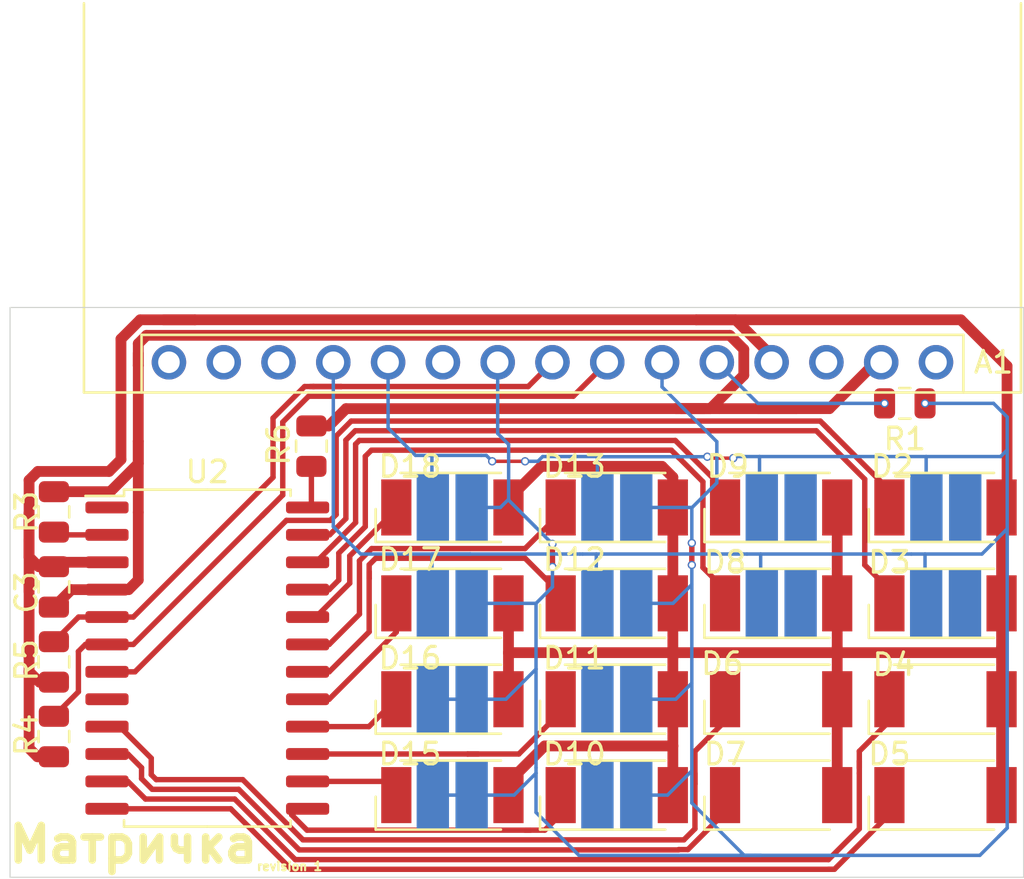
<source format=kicad_pcb>
(kicad_pcb (version 20171130) (host pcbnew 5.1.6)

  (general
    (thickness 1.6)
    (drawings 6)
    (tracks 383)
    (zones 0)
    (modules 36)
    (nets 25)
  )

  (page A4)
  (layers
    (0 F.Cu signal)
    (31 B.Cu signal)
    (32 B.Adhes user)
    (33 F.Adhes user)
    (34 B.Paste user)
    (35 F.Paste user)
    (36 B.SilkS user)
    (37 F.SilkS user)
    (38 B.Mask user)
    (39 F.Mask user)
    (40 Dwgs.User user)
    (41 Cmts.User user)
    (42 Eco1.User user)
    (43 Eco2.User user)
    (44 Edge.Cuts user)
    (45 Margin user)
    (46 B.CrtYd user)
    (47 F.CrtYd user)
    (48 B.Fab user)
    (49 F.Fab user)
  )

  (setup
    (last_trace_width 0.25)
    (trace_clearance 0.2)
    (zone_clearance 0.508)
    (zone_45_only no)
    (trace_min 0.1524)
    (via_size 0.8)
    (via_drill 0.4)
    (via_min_size 0.381)
    (via_min_drill 0.254)
    (uvia_size 0.3)
    (uvia_drill 0.1)
    (uvias_allowed no)
    (uvia_min_size 0.2)
    (uvia_min_drill 0.1)
    (edge_width 0.05)
    (segment_width 0.2)
    (pcb_text_width 0.3)
    (pcb_text_size 1.5 1.5)
    (mod_edge_width 0.12)
    (mod_text_size 1 1)
    (mod_text_width 0.15)
    (pad_size 1.524 1.524)
    (pad_drill 0.762)
    (pad_to_mask_clearance 0.05)
    (aux_axis_origin 0 0)
    (visible_elements FFFFFF7F)
    (pcbplotparams
      (layerselection 0x010fc_ffffffff)
      (usegerberextensions false)
      (usegerberattributes true)
      (usegerberadvancedattributes true)
      (creategerberjobfile true)
      (excludeedgelayer true)
      (linewidth 0.100000)
      (plotframeref false)
      (viasonmask false)
      (mode 1)
      (useauxorigin false)
      (hpglpennumber 1)
      (hpglpenspeed 20)
      (hpglpendiameter 15.000000)
      (psnegative false)
      (psa4output false)
      (plotreference true)
      (plotvalue true)
      (plotinvisibletext false)
      (padsonsilk false)
      (subtractmaskfromsilk false)
      (outputformat 1)
      (mirror false)
      (drillshape 1)
      (scaleselection 1)
      (outputdirectory ""))
  )

  (net 0 "")
  (net 1 GND)
  (net 2 VCC)
  (net 3 /SCL)
  (net 4 /SDA)
  (net 5 "Net-(R3-Pad1)")
  (net 6 /SDB)
  (net 7 /LP7)
  (net 8 /LP11)
  (net 9 /LP12)
  (net 10 /LP9)
  (net 11 /LP10)
  (net 12 /LP13)
  (net 13 /LP14)
  (net 14 /LP15)
  (net 15 /LP16)
  (net 16 /LP17)
  (net 17 /LP18)
  (net 18 /LP19)
  (net 19 /LP20)
  (net 20 /LP21)
  (net 21 /LP22)
  (net 22 /LP23)
  (net 23 "Net-(A1-Pad26)")
  (net 24 /TOUCH_RCV_COL1)

  (net_class Default "This is the default net class."
    (clearance 0.2)
    (trace_width 0.25)
    (via_dia 0.8)
    (via_drill 0.4)
    (uvia_dia 0.3)
    (uvia_drill 0.1)
    (add_net /LP10)
    (add_net /LP11)
    (add_net /LP12)
    (add_net /LP13)
    (add_net /LP14)
    (add_net /LP15)
    (add_net /LP16)
    (add_net /LP17)
    (add_net /LP18)
    (add_net /LP19)
    (add_net /LP20)
    (add_net /LP21)
    (add_net /LP22)
    (add_net /LP23)
    (add_net /LP7)
    (add_net /LP9)
    (add_net /SCL)
    (add_net /SDA)
    (add_net /SDB)
    (add_net "Net-(R3-Pad1)")
  )

  (net_class TOUCH_COMMON_SND ""
    (clearance 0.2)
    (trace_width 0.16)
    (via_dia 0.381)
    (via_drill 0.254)
    (uvia_dia 0.3)
    (uvia_drill 0.1)
    (add_net /TOUCH_RCV_COL1)
    (add_net "Net-(A1-Pad26)")
  )

  (net_class VCC ""
    (clearance 0.2)
    (trace_width 0.5)
    (via_dia 0.8)
    (via_drill 0.4)
    (uvia_dia 0.3)
    (uvia_drill 0.1)
    (add_net GND)
    (add_net VCC)
  )

  (module matrix:CAPTOUCH-CIRCLE-HOLE-DUAL (layer F.Cu) (tedit 5EEF681B) (tstamp 5EF0BBAC)
    (at 45.4025 58.166)
    (path /5EF03AE6)
    (attr virtual)
    (fp_text reference CT42 (at -2.54 0 90) (layer F.Fab)
      (effects (font (size 2.032 2.032) (thickness 0.254)))
    )
    (fp_text value CAPTOUCH (at 2.54 0 90) (layer F.Fab) hide
      (effects (font (size 1 1) (thickness 0.15)))
    )
    (pad 2 smd rect (at 0.9 0) (size 1.5 3.2) (layers B.Cu B.Paste B.Mask)
      (net 24 /TOUCH_RCV_COL1))
    (pad 1 smd rect (at -0.9 0) (size 1.5 3.2) (layers B.Cu B.Paste B.Mask)
      (net 24 /TOUCH_RCV_COL1))
  )

  (module matrix:CAPTOUCH-CIRCLE-HOLE-DUAL (layer F.Cu) (tedit 5EEF681B) (tstamp 5EF0BBA1)
    (at 37.7715 58.166)
    (path /5EF037F3)
    (attr virtual)
    (fp_text reference CT41 (at -2.54 0 90) (layer F.Fab)
      (effects (font (size 2.032 2.032) (thickness 0.254)))
    )
    (fp_text value CAPTOUCH (at 2.54 0 90) (layer F.Fab) hide
      (effects (font (size 1 1) (thickness 0.15)))
    )
    (pad 2 smd rect (at 0.9 0) (size 1.5 3.2) (layers B.Cu B.Paste B.Mask)
      (net 24 /TOUCH_RCV_COL1))
    (pad 1 smd rect (at -0.9 0) (size 1.5 3.2) (layers B.Cu B.Paste B.Mask)
      (net 24 /TOUCH_RCV_COL1))
  )

  (module matrix:CAPTOUCH-CIRCLE-HOLE-DUAL (layer F.Cu) (tedit 5EEF681B) (tstamp 5EF0BB96)
    (at 45.4025 53.721)
    (path /5EF02FA1)
    (attr virtual)
    (fp_text reference CT32 (at -2.54 0 90) (layer F.Fab)
      (effects (font (size 2.032 2.032) (thickness 0.254)))
    )
    (fp_text value CAPTOUCH (at 2.54 0 90) (layer F.Fab) hide
      (effects (font (size 1 1) (thickness 0.15)))
    )
    (pad 2 smd rect (at 0.9 0) (size 1.5 3.2) (layers B.Cu B.Paste B.Mask)
      (net 24 /TOUCH_RCV_COL1))
    (pad 1 smd rect (at -0.9 0) (size 1.5 3.2) (layers B.Cu B.Paste B.Mask)
      (net 24 /TOUCH_RCV_COL1))
  )

  (module matrix:CAPTOUCH-CIRCLE-HOLE-DUAL (layer F.Cu) (tedit 5EEF681B) (tstamp 5EF0BB8B)
    (at 37.7715 53.721)
    (path /5EF0348B)
    (attr virtual)
    (fp_text reference CT31 (at -2.54 0 90) (layer F.Fab)
      (effects (font (size 2.032 2.032) (thickness 0.254)))
    )
    (fp_text value CAPTOUCH (at 2.54 0 90) (layer F.Fab) hide
      (effects (font (size 1 1) (thickness 0.15)))
    )
    (pad 2 smd rect (at 0.9 0) (size 1.5 3.2) (layers B.Cu B.Paste B.Mask)
      (net 24 /TOUCH_RCV_COL1))
    (pad 1 smd rect (at -0.9 0) (size 1.5 3.2) (layers B.Cu B.Paste B.Mask)
      (net 24 /TOUCH_RCV_COL1))
  )

  (module matrix:CAPTOUCH-CIRCLE-HOLE-DUAL (layer F.Cu) (tedit 5EEF681B) (tstamp 5EF0BB80)
    (at 60.6425 49.276)
    (path /5EF0415F)
    (attr virtual)
    (fp_text reference CT24 (at -2.54 0 90) (layer F.Fab)
      (effects (font (size 2.032 2.032) (thickness 0.254)))
    )
    (fp_text value CAPTOUCH (at 2.54 0 90) (layer F.Fab) hide
      (effects (font (size 1 1) (thickness 0.15)))
    )
    (pad 2 smd rect (at 0.9 0) (size 1.5 3.2) (layers B.Cu B.Paste B.Mask)
      (net 24 /TOUCH_RCV_COL1))
    (pad 1 smd rect (at -0.9 0) (size 1.5 3.2) (layers B.Cu B.Paste B.Mask)
      (net 24 /TOUCH_RCV_COL1))
  )

  (module matrix:CAPTOUCH-CIRCLE-HOLE-DUAL (layer F.Cu) (tedit 5EEF681B) (tstamp 5EF0BB75)
    (at 53.0225 49.276)
    (path /5EF03E52)
    (attr virtual)
    (fp_text reference CT23 (at -2.54 0 90) (layer F.Fab)
      (effects (font (size 2.032 2.032) (thickness 0.254)))
    )
    (fp_text value CAPTOUCH (at 2.54 0 90) (layer F.Fab) hide
      (effects (font (size 1 1) (thickness 0.15)))
    )
    (pad 2 smd rect (at 0.9 0) (size 1.5 3.2) (layers B.Cu B.Paste B.Mask)
      (net 24 /TOUCH_RCV_COL1))
    (pad 1 smd rect (at -0.9 0) (size 1.5 3.2) (layers B.Cu B.Paste B.Mask)
      (net 24 /TOUCH_RCV_COL1))
  )

  (module matrix:CAPTOUCH-CIRCLE-HOLE-DUAL (layer F.Cu) (tedit 5EEF681B) (tstamp 5EF0D39C)
    (at 45.4025 49.276)
    (path /5EF00A4D)
    (attr virtual)
    (fp_text reference CT22 (at -2.54 0 90) (layer F.Fab)
      (effects (font (size 2.032 2.032) (thickness 0.254)))
    )
    (fp_text value CAPTOUCH (at 2.54 0 90) (layer F.Fab) hide
      (effects (font (size 1 1) (thickness 0.15)))
    )
    (pad 2 smd rect (at 0.9 0) (size 1.5 3.2) (layers B.Cu B.Paste B.Mask)
      (net 24 /TOUCH_RCV_COL1))
    (pad 1 smd rect (at -0.9 0) (size 1.5 3.2) (layers B.Cu B.Paste B.Mask)
      (net 24 /TOUCH_RCV_COL1))
  )

  (module matrix:CAPTOUCH-CIRCLE-HOLE-DUAL (layer F.Cu) (tedit 5EEF681B) (tstamp 5EF0BB5F)
    (at 37.7715 49.276)
    (path /5EF005DA)
    (attr virtual)
    (fp_text reference CT21 (at -2.54 0 90) (layer F.Fab)
      (effects (font (size 2.032 2.032) (thickness 0.254)))
    )
    (fp_text value CAPTOUCH (at 2.54 0 90) (layer F.Fab) hide
      (effects (font (size 1 1) (thickness 0.15)))
    )
    (pad 2 smd rect (at 0.9 0) (size 1.5 3.2) (layers B.Cu B.Paste B.Mask)
      (net 24 /TOUCH_RCV_COL1))
    (pad 1 smd rect (at -0.9 0) (size 1.5 3.2) (layers B.Cu B.Paste B.Mask)
      (net 24 /TOUCH_RCV_COL1))
  )

  (module matrix:CAPTOUCH-CIRCLE-HOLE-DUAL (layer F.Cu) (tedit 5EEF681B) (tstamp 5EF0BB54)
    (at 60.6535 44.831)
    (path /5EF02C89)
    (attr virtual)
    (fp_text reference CT14 (at -2.54 0 90) (layer F.Fab)
      (effects (font (size 2.032 2.032) (thickness 0.254)))
    )
    (fp_text value CAPTOUCH (at 2.54 0 90) (layer F.Fab) hide
      (effects (font (size 1 1) (thickness 0.15)))
    )
    (pad 2 smd rect (at 0.9 0) (size 1.5 3.2) (layers B.Cu B.Paste B.Mask)
      (net 24 /TOUCH_RCV_COL1))
    (pad 1 smd rect (at -0.9 0) (size 1.5 3.2) (layers B.Cu B.Paste B.Mask)
      (net 24 /TOUCH_RCV_COL1))
  )

  (module matrix:CAPTOUCH-CIRCLE-HOLE-DUAL (layer F.Cu) (tedit 5EEF681B) (tstamp 5EF0D315)
    (at 53.0225 44.831)
    (path /5EF02A63)
    (attr virtual)
    (fp_text reference CT13 (at -2.54 0 90) (layer F.Fab)
      (effects (font (size 2.032 2.032) (thickness 0.254)))
    )
    (fp_text value CAPTOUCH (at 2.54 0 90) (layer F.Fab) hide
      (effects (font (size 1 1) (thickness 0.15)))
    )
    (pad 2 smd rect (at 0.9 0) (size 1.5 3.2) (layers B.Cu B.Paste B.Mask)
      (net 24 /TOUCH_RCV_COL1))
    (pad 1 smd rect (at -0.9 0) (size 1.5 3.2) (layers B.Cu B.Paste B.Mask)
      (net 24 /TOUCH_RCV_COL1))
  )

  (module matrix:CAPTOUCH-CIRCLE-HOLE-DUAL (layer F.Cu) (tedit 5EEF681B) (tstamp 5EF0D351)
    (at 45.4025 44.831)
    (path /5EEFFC2A)
    (attr virtual)
    (fp_text reference CT12 (at -2.54 0 90) (layer F.Fab)
      (effects (font (size 2.032 2.032) (thickness 0.254)))
    )
    (fp_text value CAPTOUCH (at 2.54 0 90) (layer F.Fab) hide
      (effects (font (size 1 1) (thickness 0.15)))
    )
    (pad 2 smd rect (at 0.9 0) (size 1.5 3.2) (layers B.Cu B.Paste B.Mask)
      (net 24 /TOUCH_RCV_COL1))
    (pad 1 smd rect (at -0.9 0) (size 1.5 3.2) (layers B.Cu B.Paste B.Mask)
      (net 24 /TOUCH_RCV_COL1))
  )

  (module matrix:CAPTOUCH-CIRCLE-HOLE-DUAL (layer F.Cu) (tedit 5EEF681B) (tstamp 5EF0BB33)
    (at 37.7715 44.831)
    (path /5EEF980C)
    (attr virtual)
    (fp_text reference CT11 (at -2.54 0 90) (layer F.Fab)
      (effects (font (size 2.032 2.032) (thickness 0.254)))
    )
    (fp_text value CAPTOUCH (at 2.54 0 90) (layer F.Fab) hide
      (effects (font (size 1 1) (thickness 0.15)))
    )
    (pad 2 smd rect (at 0.9 0) (size 1.5 3.2) (layers B.Cu B.Paste B.Mask)
      (net 24 /TOUCH_RCV_COL1))
    (pad 1 smd rect (at -0.9 0) (size 1.5 3.2) (layers B.Cu B.Paste B.Mask)
      (net 24 /TOUCH_RCV_COL1))
  )

  (module Resistor_SMD:R_0805_2012Metric (layer F.Cu) (tedit 5B36C52B) (tstamp 5EF13168)
    (at 58.7525 40.005 180)
    (descr "Resistor SMD 0805 (2012 Metric), square (rectangular) end terminal, IPC_7351 nominal, (Body size source: https://docs.google.com/spreadsheets/d/1BsfQQcO9C6DZCsRaXUlFlo91Tg2WpOkGARC1WS5S8t0/edit?usp=sharing), generated with kicad-footprint-generator")
    (tags resistor)
    (path /5EF04732)
    (attr smd)
    (fp_text reference R1 (at 0 -1.65) (layer F.SilkS)
      (effects (font (size 1 1) (thickness 0.15)))
    )
    (fp_text value "4.7 m" (at 0 1.65) (layer F.Fab)
      (effects (font (size 1 1) (thickness 0.15)))
    )
    (fp_text user %R (at 0 0) (layer F.Fab)
      (effects (font (size 0.5 0.5) (thickness 0.08)))
    )
    (fp_line (start -1 0.6) (end -1 -0.6) (layer F.Fab) (width 0.1))
    (fp_line (start -1 -0.6) (end 1 -0.6) (layer F.Fab) (width 0.1))
    (fp_line (start 1 -0.6) (end 1 0.6) (layer F.Fab) (width 0.1))
    (fp_line (start 1 0.6) (end -1 0.6) (layer F.Fab) (width 0.1))
    (fp_line (start -0.258578 -0.71) (end 0.258578 -0.71) (layer F.SilkS) (width 0.12))
    (fp_line (start -0.258578 0.71) (end 0.258578 0.71) (layer F.SilkS) (width 0.12))
    (fp_line (start -1.68 0.95) (end -1.68 -0.95) (layer F.CrtYd) (width 0.05))
    (fp_line (start -1.68 -0.95) (end 1.68 -0.95) (layer F.CrtYd) (width 0.05))
    (fp_line (start 1.68 -0.95) (end 1.68 0.95) (layer F.CrtYd) (width 0.05))
    (fp_line (start 1.68 0.95) (end -1.68 0.95) (layer F.CrtYd) (width 0.05))
    (pad 2 smd roundrect (at 0.9375 0 180) (size 0.975 1.4) (layers F.Cu F.Paste F.Mask) (roundrect_rratio 0.25)
      (net 23 "Net-(A1-Pad26)"))
    (pad 1 smd roundrect (at -0.9375 0 180) (size 0.975 1.4) (layers F.Cu F.Paste F.Mask) (roundrect_rratio 0.25)
      (net 24 /TOUCH_RCV_COL1))
    (model ${KISYS3DMOD}/Resistor_SMD.3dshapes/R_0805_2012Metric.wrl
      (at (xyz 0 0 0))
      (scale (xyz 1 1 1))
      (rotate (xyz 0 0 0))
    )
  )

  (module Package_SO:SOP-24_7.5x15.4mm_P1.27mm (layer F.Cu) (tedit 5D9F72B1) (tstamp 5EEFE871)
    (at 26.416 51.816)
    (descr "SOP, 24 Pin (http://www.issi.com/WW/pdf/31FL3218.pdf#page=14), generated with kicad-footprint-generator ipc_gullwing_generator.py")
    (tags "SOP SO")
    (path /5EEDE75C)
    (attr smd)
    (fp_text reference U2 (at 0 -8.636) (layer F.SilkS)
      (effects (font (size 1 1) (thickness 0.15)))
    )
    (fp_text value IS31FL3218-GR (at 0 8.65) (layer F.Fab)
      (effects (font (size 1 1) (thickness 0.15)))
    )
    (fp_text user %R (at 0 0) (layer F.Fab)
      (effects (font (size 1 1) (thickness 0.15)))
    )
    (fp_line (start 0 7.81) (end 3.86 7.81) (layer F.SilkS) (width 0.12))
    (fp_line (start 3.86 7.81) (end 3.86 7.52) (layer F.SilkS) (width 0.12))
    (fp_line (start 0 7.81) (end -3.86 7.81) (layer F.SilkS) (width 0.12))
    (fp_line (start -3.86 7.81) (end -3.86 7.52) (layer F.SilkS) (width 0.12))
    (fp_line (start 0 -7.81) (end 3.86 -7.81) (layer F.SilkS) (width 0.12))
    (fp_line (start 3.86 -7.81) (end 3.86 -7.52) (layer F.SilkS) (width 0.12))
    (fp_line (start 0 -7.81) (end -3.86 -7.81) (layer F.SilkS) (width 0.12))
    (fp_line (start -3.86 -7.81) (end -3.86 -7.52) (layer F.SilkS) (width 0.12))
    (fp_line (start -3.86 -7.52) (end -5.65 -7.52) (layer F.SilkS) (width 0.12))
    (fp_line (start -2.75 -7.7) (end 3.75 -7.7) (layer F.Fab) (width 0.1))
    (fp_line (start 3.75 -7.7) (end 3.75 7.7) (layer F.Fab) (width 0.1))
    (fp_line (start 3.75 7.7) (end -3.75 7.7) (layer F.Fab) (width 0.1))
    (fp_line (start -3.75 7.7) (end -3.75 -6.7) (layer F.Fab) (width 0.1))
    (fp_line (start -3.75 -6.7) (end -2.75 -7.7) (layer F.Fab) (width 0.1))
    (fp_line (start -5.9 -7.95) (end -5.9 7.95) (layer F.CrtYd) (width 0.05))
    (fp_line (start -5.9 7.95) (end 5.9 7.95) (layer F.CrtYd) (width 0.05))
    (fp_line (start 5.9 7.95) (end 5.9 -7.95) (layer F.CrtYd) (width 0.05))
    (fp_line (start 5.9 -7.95) (end -5.9 -7.95) (layer F.CrtYd) (width 0.05))
    (pad 24 smd roundrect (at 4.65 -6.985) (size 2 0.55) (layers F.Cu F.Paste F.Mask) (roundrect_rratio 0.25)
      (net 6 /SDB))
    (pad 23 smd roundrect (at 4.65 -5.715) (size 2 0.55) (layers F.Cu F.Paste F.Mask) (roundrect_rratio 0.25)
      (net 22 /LP23))
    (pad 22 smd roundrect (at 4.65 -4.445) (size 2 0.55) (layers F.Cu F.Paste F.Mask) (roundrect_rratio 0.25)
      (net 21 /LP22))
    (pad 21 smd roundrect (at 4.65 -3.175) (size 2 0.55) (layers F.Cu F.Paste F.Mask) (roundrect_rratio 0.25)
      (net 20 /LP21))
    (pad 20 smd roundrect (at 4.65 -1.905) (size 2 0.55) (layers F.Cu F.Paste F.Mask) (roundrect_rratio 0.25)
      (net 19 /LP20))
    (pad 19 smd roundrect (at 4.65 -0.635) (size 2 0.55) (layers F.Cu F.Paste F.Mask) (roundrect_rratio 0.25)
      (net 18 /LP19))
    (pad 18 smd roundrect (at 4.65 0.635) (size 2 0.55) (layers F.Cu F.Paste F.Mask) (roundrect_rratio 0.25)
      (net 17 /LP18))
    (pad 17 smd roundrect (at 4.65 1.905) (size 2 0.55) (layers F.Cu F.Paste F.Mask) (roundrect_rratio 0.25)
      (net 16 /LP17))
    (pad 16 smd roundrect (at 4.65 3.175) (size 2 0.55) (layers F.Cu F.Paste F.Mask) (roundrect_rratio 0.25)
      (net 15 /LP16))
    (pad 15 smd roundrect (at 4.65 4.445) (size 2 0.55) (layers F.Cu F.Paste F.Mask) (roundrect_rratio 0.25)
      (net 14 /LP15))
    (pad 14 smd roundrect (at 4.65 5.715) (size 2 0.55) (layers F.Cu F.Paste F.Mask) (roundrect_rratio 0.25)
      (net 13 /LP14))
    (pad 13 smd roundrect (at 4.65 6.985) (size 2 0.55) (layers F.Cu F.Paste F.Mask) (roundrect_rratio 0.25)
      (net 12 /LP13))
    (pad 12 smd roundrect (at -4.65 6.985) (size 2 0.55) (layers F.Cu F.Paste F.Mask) (roundrect_rratio 0.25)
      (net 9 /LP12))
    (pad 11 smd roundrect (at -4.65 5.715) (size 2 0.55) (layers F.Cu F.Paste F.Mask) (roundrect_rratio 0.25)
      (net 8 /LP11))
    (pad 10 smd roundrect (at -4.65 4.445) (size 2 0.55) (layers F.Cu F.Paste F.Mask) (roundrect_rratio 0.25)
      (net 11 /LP10))
    (pad 9 smd roundrect (at -4.65 3.175) (size 2 0.55) (layers F.Cu F.Paste F.Mask) (roundrect_rratio 0.25)
      (net 10 /LP9))
    (pad 8 smd roundrect (at -4.65 1.905) (size 2 0.55) (layers F.Cu F.Paste F.Mask) (roundrect_rratio 0.25))
    (pad 7 smd roundrect (at -4.65 0.635) (size 2 0.55) (layers F.Cu F.Paste F.Mask) (roundrect_rratio 0.25)
      (net 7 /LP7))
    (pad 6 smd roundrect (at -4.65 -0.635) (size 2 0.55) (layers F.Cu F.Paste F.Mask) (roundrect_rratio 0.25)
      (net 3 /SCL))
    (pad 5 smd roundrect (at -4.65 -1.905) (size 2 0.55) (layers F.Cu F.Paste F.Mask) (roundrect_rratio 0.25)
      (net 4 /SDA))
    (pad 4 smd roundrect (at -4.65 -3.175) (size 2 0.55) (layers F.Cu F.Paste F.Mask) (roundrect_rratio 0.25)
      (net 1 GND))
    (pad 3 smd roundrect (at -4.65 -4.445) (size 2 0.55) (layers F.Cu F.Paste F.Mask) (roundrect_rratio 0.25)
      (net 2 VCC))
    (pad 2 smd roundrect (at -4.65 -5.715) (size 2 0.55) (layers F.Cu F.Paste F.Mask) (roundrect_rratio 0.25)
      (net 5 "Net-(R3-Pad1)"))
    (pad 1 smd roundrect (at -4.65 -6.985) (size 2 0.55) (layers F.Cu F.Paste F.Mask) (roundrect_rratio 0.25))
    (model ${KISYS3DMOD}/Package_SO.3dshapes/SOP-24_7.5x15.4mm_P1.27mm.wrl
      (at (xyz 0 0 0))
      (scale (xyz 1 1 1))
      (rotate (xyz 0 0 0))
    )
  )

  (module matrix:Arduino_Nano_Half (layer F.Cu) (tedit 5EEDCF6C) (tstamp 5EF0D16B)
    (at 60.198 22.86 270)
    (descr "Arduino Nano, http://www.mouser.com/pdfdocs/Gravitech_Arduino_Nano3_0.pdf")
    (tags "Arduino Nano")
    (path /5EEE20D6)
    (fp_text reference A1 (at 15.24 -2.667 180) (layer F.SilkS)
      (effects (font (size 1 1) (thickness 0.15)))
    )
    (fp_text value Arduino_Nano_v3.x (at 11.43 3.683) (layer F.Fab)
      (effects (font (size 1 1) (thickness 0.15)))
    )
    (fp_text user %R (at 6.35 19.05) (layer F.Fab)
      (effects (font (size 1 1) (thickness 0.15)))
    )
    (fp_line (start 16.75 42.16) (end -1.53 42.16) (layer F.CrtYd) (width 0.05))
    (fp_line (start 16.75 42.16) (end 16.75 -4.06) (layer F.CrtYd) (width 0.05))
    (fp_line (start -1.53 -4.06) (end -1.53 42.16) (layer F.CrtYd) (width 0.05))
    (fp_line (start -1.53 -4.06) (end 16.75 -4.06) (layer F.CrtYd) (width 0.05))
    (fp_line (start 16.51 -3.81) (end 16.51 39.37) (layer F.Fab) (width 0.1))
    (fp_line (start 0 -3.81) (end 16.51 -3.81) (layer F.Fab) (width 0.1))
    (fp_line (start 16.51 39.37) (end -1.27 39.37) (layer F.Fab) (width 0.1))
    (fp_line (start 16.64 -3.94) (end -1.4 -3.94) (layer F.SilkS) (width 0.12))
    (fp_line (start 16.64 39.5) (end 16.64 -3.94) (layer F.SilkS) (width 0.12))
    (fp_line (start -1.4 39.5) (end 16.64 39.5) (layer F.SilkS) (width 0.12))
    (fp_line (start 3.81 41.91) (end 3.81 31.75) (layer F.Fab) (width 0.1))
    (fp_line (start 11.43 41.91) (end 3.81 41.91) (layer F.Fab) (width 0.1))
    (fp_line (start 11.43 31.75) (end 11.43 41.91) (layer F.Fab) (width 0.1))
    (fp_line (start 3.81 31.75) (end 11.43 31.75) (layer F.Fab) (width 0.1))
    (fp_line (start 13.97 36.83) (end 16.64 36.83) (layer F.SilkS) (width 0.12))
    (fp_line (start 13.97 -1.27) (end 13.97 36.83) (layer F.SilkS) (width 0.12))
    (fp_line (start 13.97 -1.27) (end 16.64 -1.27) (layer F.SilkS) (width 0.12))
    (pad 17 thru_hole oval (at 15.24 33.02 270) (size 1.6 1.6) (drill 1) (layers *.Cu *.Mask))
    (pad 18 thru_hole oval (at 15.24 30.48 270) (size 1.6 1.6) (drill 1) (layers *.Cu *.Mask))
    (pad 19 thru_hole oval (at 15.24 27.94 270) (size 1.6 1.6) (drill 1) (layers *.Cu *.Mask)
      (net 24 /TOUCH_RCV_COL1))
    (pad 20 thru_hole oval (at 15.24 25.4 270) (size 1.6 1.6) (drill 1) (layers *.Cu *.Mask)
      (net 24 /TOUCH_RCV_COL1))
    (pad 21 thru_hole oval (at 15.24 22.86 270) (size 1.6 1.6) (drill 1) (layers *.Cu *.Mask))
    (pad 22 thru_hole oval (at 15.24 20.32 270) (size 1.6 1.6) (drill 1) (layers *.Cu *.Mask)
      (net 24 /TOUCH_RCV_COL1))
    (pad 23 thru_hole oval (at 15.24 17.78 270) (size 1.6 1.6) (drill 1) (layers *.Cu *.Mask)
      (net 4 /SDA))
    (pad 24 thru_hole oval (at 15.24 15.24 270) (size 1.6 1.6) (drill 1) (layers *.Cu *.Mask)
      (net 3 /SCL))
    (pad 25 thru_hole oval (at 15.24 12.7 270) (size 1.6 1.6) (drill 1) (layers *.Cu *.Mask)
      (net 24 /TOUCH_RCV_COL1))
    (pad 26 thru_hole oval (at 15.24 10.16 270) (size 1.6 1.6) (drill 1) (layers *.Cu *.Mask)
      (net 23 "Net-(A1-Pad26)"))
    (pad 27 thru_hole oval (at 15.24 7.62 270) (size 1.6 1.6) (drill 1) (layers *.Cu *.Mask)
      (net 2 VCC))
    (pad 28 thru_hole oval (at 15.24 5.08 270) (size 1.6 1.6) (drill 1) (layers *.Cu *.Mask))
    (pad 29 thru_hole oval (at 15.24 2.54 270) (size 1.6 1.6) (drill 1) (layers *.Cu *.Mask)
      (net 1 GND))
    (pad 30 thru_hole oval (at 15.24 0 270) (size 1.6 1.6) (drill 1) (layers *.Cu *.Mask))
    (pad 16 thru_hole oval (at 15.24 35.56 270) (size 1.6 1.6) (drill 1) (layers *.Cu *.Mask))
    (model ${KISYS3DMOD}/Module.3dshapes/Arduino_Nano_WithMountingHoles.wrl
      (at (xyz 0 0 0))
      (scale (xyz 1 1 1))
      (rotate (xyz 0 0 0))
    )
  )

  (module matrix:AA3528SECKT09 (layer F.Cu) (tedit 5EED24C9) (tstamp 5EED8947)
    (at 37.779 58.166)
    (descr AA3528SECKT09)
    (tags "AA3528SECKT09 reverse rear back mount")
    (path /5F243A03)
    (attr smd)
    (fp_text reference D15 (at -1.965 -1.905) (layer F.SilkS)
      (effects (font (size 1 1) (thickness 0.15)))
    )
    (fp_text value LED (at 0 2.5) (layer F.Fab)
      (effects (font (size 1 1) (thickness 0.15)))
    )
    (fp_text user %R (at 0 0) (layer F.Fab)
      (effects (font (size 0.4 0.4) (thickness 0.1)))
    )
    (fp_line (start 2.25 -1.6) (end -2.4 -1.6) (layer F.SilkS) (width 0.12))
    (fp_line (start 2.25 1.6) (end -3.556 1.6) (layer F.SilkS) (width 0.12))
    (fp_line (start -2.65 1.85) (end -2.65 -1.85) (layer F.CrtYd) (width 0.05))
    (fp_line (start 2.5 1.85) (end -2.65 1.85) (layer F.CrtYd) (width 0.05))
    (fp_line (start 2.5 -1.85) (end 2.5 1.85) (layer F.CrtYd) (width 0.05))
    (fp_line (start -2.65 -1.85) (end 2.5 -1.85) (layer F.CrtYd) (width 0.05))
    (fp_line (start -1.7 1.5) (end 1.7 1.5) (layer F.Fab) (width 0.1))
    (fp_line (start -1.7 -1.5) (end -1.7 1.5) (layer F.Fab) (width 0.1))
    (fp_line (start 1.7 -1.5) (end -1.7 -1.5) (layer F.Fab) (width 0.1))
    (fp_line (start 1.7 1.5) (end 1.7 -1.5) (layer F.Fab) (width 0.1))
    (fp_circle (center 0 0) (end 0 -1.25) (layer F.Fab) (width 0.1))
    (fp_line (start -1.651 0.635) (end -0.889 1.524) (layer F.Fab) (width 0.12))
    (fp_line (start -3.556 1.6) (end -3.556 0.076) (layer F.SilkS) (width 0.12))
    (pad 2 smd rect (at 2.6 0) (size 1.4 2.6) (layers F.Cu F.Paste F.Mask)
      (net 2 VCC))
    (pad 1 smd rect (at -2.6 0) (size 1.4 2.6) (layers F.Cu F.Paste F.Mask)
      (net 13 /LP14))
    (pad 3 smd circle (at 0 0) (size 3.2 3.2) (layers *.Mask)
      (net 24 /TOUCH_RCV_COL1))
    (model ${KISYS3DMOD}/LED_SMD.3dshapes/LED_PLCC-2.wrl
      (at (xyz 0 0 0))
      (scale (xyz 1 1 1))
      (rotate (xyz 0 0 0))
    )
  )

  (module matrix:AA3528SECKT09 (layer F.Cu) (tedit 5EED24C9) (tstamp 5EED8971)
    (at 37.779 49.276)
    (descr AA3528SECKT09)
    (tags "AA3528SECKT09 reverse rear back mount")
    (path /5F2439F7)
    (attr smd)
    (fp_text reference D17 (at -1.965 -2.032) (layer F.SilkS)
      (effects (font (size 1 1) (thickness 0.15)))
    )
    (fp_text value LED (at 0 2.5) (layer F.Fab)
      (effects (font (size 1 1) (thickness 0.15)))
    )
    (fp_text user %R (at 0 0) (layer F.Fab)
      (effects (font (size 0.4 0.4) (thickness 0.1)))
    )
    (fp_line (start 2.25 -1.6) (end -2.4 -1.6) (layer F.SilkS) (width 0.12))
    (fp_line (start 2.25 1.6) (end -3.556 1.6) (layer F.SilkS) (width 0.12))
    (fp_line (start -2.65 1.85) (end -2.65 -1.85) (layer F.CrtYd) (width 0.05))
    (fp_line (start 2.5 1.85) (end -2.65 1.85) (layer F.CrtYd) (width 0.05))
    (fp_line (start 2.5 -1.85) (end 2.5 1.85) (layer F.CrtYd) (width 0.05))
    (fp_line (start -2.65 -1.85) (end 2.5 -1.85) (layer F.CrtYd) (width 0.05))
    (fp_line (start -1.7 1.5) (end 1.7 1.5) (layer F.Fab) (width 0.1))
    (fp_line (start -1.7 -1.5) (end -1.7 1.5) (layer F.Fab) (width 0.1))
    (fp_line (start 1.7 -1.5) (end -1.7 -1.5) (layer F.Fab) (width 0.1))
    (fp_line (start 1.7 1.5) (end 1.7 -1.5) (layer F.Fab) (width 0.1))
    (fp_circle (center 0 0) (end 0 -1.25) (layer F.Fab) (width 0.1))
    (fp_line (start -1.651 0.635) (end -0.889 1.524) (layer F.Fab) (width 0.12))
    (fp_line (start -3.556 1.6) (end -3.556 0.076) (layer F.SilkS) (width 0.12))
    (pad 2 smd rect (at 2.6 0) (size 1.4 2.6) (layers F.Cu F.Paste F.Mask)
      (net 2 VCC))
    (pad 1 smd rect (at -2.6 0) (size 1.4 2.6) (layers F.Cu F.Paste F.Mask)
      (net 16 /LP17))
    (pad 3 smd circle (at 0 0) (size 3.2 3.2) (layers *.Mask)
      (net 24 /TOUCH_RCV_COL1))
    (model ${KISYS3DMOD}/LED_SMD.3dshapes/LED_PLCC-2.wrl
      (at (xyz 0 0 0))
      (scale (xyz 1 1 1))
      (rotate (xyz 0 0 0))
    )
  )

  (module matrix:AA3528SECKT09 (layer F.Cu) (tedit 5EED24C9) (tstamp 5EED888C)
    (at 53.019 53.721)
    (descr AA3528SECKT09)
    (tags "AA3528SECKT09 reverse rear back mount")
    (path /5EEEC067)
    (attr smd)
    (fp_text reference D6 (at -2.727 -1.651) (layer F.SilkS)
      (effects (font (size 1 1) (thickness 0.15)))
    )
    (fp_text value LED (at 0 2.5) (layer F.Fab)
      (effects (font (size 1 1) (thickness 0.15)))
    )
    (fp_text user %R (at 0 0) (layer F.Fab)
      (effects (font (size 0.4 0.4) (thickness 0.1)))
    )
    (fp_line (start 2.25 -1.6) (end -2.4 -1.6) (layer F.SilkS) (width 0.12))
    (fp_line (start 2.25 1.6) (end -3.556 1.6) (layer F.SilkS) (width 0.12))
    (fp_line (start -2.65 1.85) (end -2.65 -1.85) (layer F.CrtYd) (width 0.05))
    (fp_line (start 2.5 1.85) (end -2.65 1.85) (layer F.CrtYd) (width 0.05))
    (fp_line (start 2.5 -1.85) (end 2.5 1.85) (layer F.CrtYd) (width 0.05))
    (fp_line (start -2.65 -1.85) (end 2.5 -1.85) (layer F.CrtYd) (width 0.05))
    (fp_line (start -1.7 1.5) (end 1.7 1.5) (layer F.Fab) (width 0.1))
    (fp_line (start -1.7 -1.5) (end -1.7 1.5) (layer F.Fab) (width 0.1))
    (fp_line (start 1.7 -1.5) (end -1.7 -1.5) (layer F.Fab) (width 0.1))
    (fp_line (start 1.7 1.5) (end 1.7 -1.5) (layer F.Fab) (width 0.1))
    (fp_circle (center 0 0) (end 0 -1.25) (layer F.Fab) (width 0.1))
    (fp_line (start -1.651 0.635) (end -0.889 1.524) (layer F.Fab) (width 0.12))
    (fp_line (start -3.556 1.6) (end -3.556 0.076) (layer F.SilkS) (width 0.12))
    (pad 2 smd rect (at 2.6 0) (size 1.4 2.6) (layers F.Cu F.Paste F.Mask)
      (net 2 VCC))
    (pad 1 smd rect (at -2.6 0) (size 1.4 2.6) (layers F.Cu F.Paste F.Mask)
      (net 10 /LP9))
    (pad 3 smd circle (at 0 0) (size 3.2 3.2) (layers *.Mask))
    (model ${KISYS3DMOD}/LED_SMD.3dshapes/LED_PLCC-2.wrl
      (at (xyz 0 0 0))
      (scale (xyz 1 1 1))
      (rotate (xyz 0 0 0))
    )
  )

  (module matrix:AA3528SECKT09 (layer F.Cu) (tedit 5EED24C9) (tstamp 5EED88B6)
    (at 53.019 49.276)
    (descr AA3528SECKT09)
    (tags "AA3528SECKT09 reverse rear back mount")
    (path /5EEEC073)
    (attr smd)
    (fp_text reference D8 (at -2.6 -1.905) (layer F.SilkS)
      (effects (font (size 1 1) (thickness 0.15)))
    )
    (fp_text value LED (at 0 2.5) (layer F.Fab)
      (effects (font (size 1 1) (thickness 0.15)))
    )
    (fp_text user %R (at 0 0) (layer F.Fab)
      (effects (font (size 0.4 0.4) (thickness 0.1)))
    )
    (fp_line (start 2.25 -1.6) (end -2.4 -1.6) (layer F.SilkS) (width 0.12))
    (fp_line (start 2.25 1.6) (end -3.556 1.6) (layer F.SilkS) (width 0.12))
    (fp_line (start -2.65 1.85) (end -2.65 -1.85) (layer F.CrtYd) (width 0.05))
    (fp_line (start 2.5 1.85) (end -2.65 1.85) (layer F.CrtYd) (width 0.05))
    (fp_line (start 2.5 -1.85) (end 2.5 1.85) (layer F.CrtYd) (width 0.05))
    (fp_line (start -2.65 -1.85) (end 2.5 -1.85) (layer F.CrtYd) (width 0.05))
    (fp_line (start -1.7 1.5) (end 1.7 1.5) (layer F.Fab) (width 0.1))
    (fp_line (start -1.7 -1.5) (end -1.7 1.5) (layer F.Fab) (width 0.1))
    (fp_line (start 1.7 -1.5) (end -1.7 -1.5) (layer F.Fab) (width 0.1))
    (fp_line (start 1.7 1.5) (end 1.7 -1.5) (layer F.Fab) (width 0.1))
    (fp_circle (center 0 0) (end 0 -1.25) (layer F.Fab) (width 0.1))
    (fp_line (start -1.651 0.635) (end -0.889 1.524) (layer F.Fab) (width 0.12))
    (fp_line (start -3.556 1.6) (end -3.556 0.076) (layer F.SilkS) (width 0.12))
    (pad 2 smd rect (at 2.6 0) (size 1.4 2.6) (layers F.Cu F.Paste F.Mask)
      (net 2 VCC))
    (pad 1 smd rect (at -2.6 0) (size 1.4 2.6) (layers F.Cu F.Paste F.Mask)
      (net 20 /LP21))
    (pad 3 smd circle (at 0 0) (size 3.2 3.2) (layers *.Mask)
      (net 24 /TOUCH_RCV_COL1))
    (model ${KISYS3DMOD}/LED_SMD.3dshapes/LED_PLCC-2.wrl
      (at (xyz 0 0 0))
      (scale (xyz 1 1 1))
      (rotate (xyz 0 0 0))
    )
  )

  (module matrix:AA3528SECKT09 (layer F.Cu) (tedit 5EED24C9) (tstamp 5EF0F1B0)
    (at 45.399 44.831)
    (descr AA3528SECKT09)
    (tags "AA3528SECKT09 reverse rear back mount")
    (path /5EEED95D)
    (attr smd)
    (fp_text reference D13 (at -1.965 -1.905) (layer F.SilkS)
      (effects (font (size 1 1) (thickness 0.15)))
    )
    (fp_text value LED (at 0 2.5) (layer F.Fab)
      (effects (font (size 1 1) (thickness 0.15)))
    )
    (fp_text user %R (at 0 0) (layer F.Fab)
      (effects (font (size 0.4 0.4) (thickness 0.1)))
    )
    (fp_line (start 2.25 -1.6) (end -2.4 -1.6) (layer F.SilkS) (width 0.12))
    (fp_line (start 2.25 1.6) (end -3.556 1.6) (layer F.SilkS) (width 0.12))
    (fp_line (start -2.65 1.85) (end -2.65 -1.85) (layer F.CrtYd) (width 0.05))
    (fp_line (start 2.5 1.85) (end -2.65 1.85) (layer F.CrtYd) (width 0.05))
    (fp_line (start 2.5 -1.85) (end 2.5 1.85) (layer F.CrtYd) (width 0.05))
    (fp_line (start -2.65 -1.85) (end 2.5 -1.85) (layer F.CrtYd) (width 0.05))
    (fp_line (start -1.7 1.5) (end 1.7 1.5) (layer F.Fab) (width 0.1))
    (fp_line (start -1.7 -1.5) (end -1.7 1.5) (layer F.Fab) (width 0.1))
    (fp_line (start 1.7 -1.5) (end -1.7 -1.5) (layer F.Fab) (width 0.1))
    (fp_line (start 1.7 1.5) (end 1.7 -1.5) (layer F.Fab) (width 0.1))
    (fp_circle (center 0 0) (end 0 -1.25) (layer F.Fab) (width 0.1))
    (fp_line (start -1.651 0.635) (end -0.889 1.524) (layer F.Fab) (width 0.12))
    (fp_line (start -3.556 1.6) (end -3.556 0.076) (layer F.SilkS) (width 0.12))
    (pad 2 smd rect (at 2.6 0) (size 1.4 2.6) (layers F.Cu F.Paste F.Mask)
      (net 2 VCC))
    (pad 1 smd rect (at -2.6 0) (size 1.4 2.6) (layers F.Cu F.Paste F.Mask)
      (net 18 /LP19))
    (pad 3 smd circle (at 0 0) (size 3.2 3.2) (layers *.Mask)
      (net 24 /TOUCH_RCV_COL1))
    (model ${KISYS3DMOD}/LED_SMD.3dshapes/LED_PLCC-2.wrl
      (at (xyz 0 0 0))
      (scale (xyz 1 1 1))
      (rotate (xyz 0 0 0))
    )
  )

  (module Capacitor_SMD:C_0805_2012Metric (layer F.Cu) (tedit 5B36C52B) (tstamp 5EEFBCFF)
    (at 19.304 48.514 90)
    (descr "Capacitor SMD 0805 (2012 Metric), square (rectangular) end terminal, IPC_7351 nominal, (Body size source: https://docs.google.com/spreadsheets/d/1BsfQQcO9C6DZCsRaXUlFlo91Tg2WpOkGARC1WS5S8t0/edit?usp=sharing), generated with kicad-footprint-generator")
    (tags capacitor)
    (path /5F0B52BA)
    (attr smd)
    (fp_text reference C3 (at -0.254 -1.27 90) (layer F.SilkS)
      (effects (font (size 1 1) (thickness 0.15)))
    )
    (fp_text value C (at 0 1.65 90) (layer F.Fab)
      (effects (font (size 1 1) (thickness 0.15)))
    )
    (fp_text user %R (at 0 0 90) (layer F.Fab)
      (effects (font (size 0.5 0.5) (thickness 0.08)))
    )
    (fp_line (start -1 0.6) (end -1 -0.6) (layer F.Fab) (width 0.1))
    (fp_line (start -1 -0.6) (end 1 -0.6) (layer F.Fab) (width 0.1))
    (fp_line (start 1 -0.6) (end 1 0.6) (layer F.Fab) (width 0.1))
    (fp_line (start 1 0.6) (end -1 0.6) (layer F.Fab) (width 0.1))
    (fp_line (start -0.258578 -0.71) (end 0.258578 -0.71) (layer F.SilkS) (width 0.12))
    (fp_line (start -0.258578 0.71) (end 0.258578 0.71) (layer F.SilkS) (width 0.12))
    (fp_line (start -1.68 0.95) (end -1.68 -0.95) (layer F.CrtYd) (width 0.05))
    (fp_line (start -1.68 -0.95) (end 1.68 -0.95) (layer F.CrtYd) (width 0.05))
    (fp_line (start 1.68 -0.95) (end 1.68 0.95) (layer F.CrtYd) (width 0.05))
    (fp_line (start 1.68 0.95) (end -1.68 0.95) (layer F.CrtYd) (width 0.05))
    (pad 2 smd roundrect (at 0.9375 0 90) (size 0.975 1.4) (layers F.Cu F.Paste F.Mask) (roundrect_rratio 0.25)
      (net 2 VCC))
    (pad 1 smd roundrect (at -0.9375 0 90) (size 0.975 1.4) (layers F.Cu F.Paste F.Mask) (roundrect_rratio 0.25)
      (net 1 GND))
    (model ${KISYS3DMOD}/Capacitor_SMD.3dshapes/C_0805_2012Metric.wrl
      (at (xyz 0 0 0))
      (scale (xyz 1 1 1))
      (rotate (xyz 0 0 0))
    )
  )

  (module matrix:AA3528SECKT09 (layer F.Cu) (tedit 5EED24C9) (tstamp 5EEDA299)
    (at 60.639 44.831)
    (descr AA3528SECKT09)
    (tags "AA3528SECKT09 reverse rear back mount")
    (path /5EEDFA71)
    (attr smd)
    (fp_text reference D2 (at -2.473 -1.905) (layer F.SilkS)
      (effects (font (size 1 1) (thickness 0.15)))
    )
    (fp_text value LED (at 0 2.5) (layer F.Fab)
      (effects (font (size 1 1) (thickness 0.15)))
    )
    (fp_text user %R (at 0 0) (layer F.Fab)
      (effects (font (size 0.4 0.4) (thickness 0.1)))
    )
    (fp_line (start 2.25 -1.6) (end -2.4 -1.6) (layer F.SilkS) (width 0.12))
    (fp_line (start 2.25 1.6) (end -3.556 1.6) (layer F.SilkS) (width 0.12))
    (fp_line (start -2.65 1.85) (end -2.65 -1.85) (layer F.CrtYd) (width 0.05))
    (fp_line (start 2.5 1.85) (end -2.65 1.85) (layer F.CrtYd) (width 0.05))
    (fp_line (start 2.5 -1.85) (end 2.5 1.85) (layer F.CrtYd) (width 0.05))
    (fp_line (start -2.65 -1.85) (end 2.5 -1.85) (layer F.CrtYd) (width 0.05))
    (fp_line (start -1.7 1.5) (end 1.7 1.5) (layer F.Fab) (width 0.1))
    (fp_line (start -1.7 -1.5) (end -1.7 1.5) (layer F.Fab) (width 0.1))
    (fp_line (start 1.7 -1.5) (end -1.7 -1.5) (layer F.Fab) (width 0.1))
    (fp_line (start 1.7 1.5) (end 1.7 -1.5) (layer F.Fab) (width 0.1))
    (fp_circle (center 0 0) (end 0 -1.25) (layer F.Fab) (width 0.1))
    (fp_line (start -1.651 0.635) (end -0.889 1.524) (layer F.Fab) (width 0.12))
    (fp_line (start -3.556 1.6) (end -3.556 0.076) (layer F.SilkS) (width 0.12))
    (pad 2 smd rect (at 2.6 0) (size 1.4 2.6) (layers F.Cu F.Paste F.Mask)
      (net 2 VCC))
    (pad 1 smd rect (at -2.6 0) (size 1.4 2.6) (layers F.Cu F.Paste F.Mask)
      (net 7 /LP7))
    (pad 3 smd circle (at 0 0) (size 3.2 3.2) (layers *.Mask)
      (net 24 /TOUCH_RCV_COL1))
    (model ${KISYS3DMOD}/LED_SMD.3dshapes/LED_PLCC-2.wrl
      (at (xyz 0 0 0))
      (scale (xyz 1 1 1))
      (rotate (xyz 0 0 0))
    )
  )

  (module matrix:AA3528SECKT09 (layer F.Cu) (tedit 5EED24C9) (tstamp 5EEDA3B5)
    (at 60.639 49.276)
    (descr AA3528SECKT09)
    (tags "AA3528SECKT09 reverse rear back mount")
    (path /5EEE078E)
    (attr smd)
    (fp_text reference D3 (at -2.6 -1.905) (layer F.SilkS)
      (effects (font (size 1 1) (thickness 0.15)))
    )
    (fp_text value LED (at 0 2.5) (layer F.Fab)
      (effects (font (size 1 1) (thickness 0.15)))
    )
    (fp_text user %R (at 0 0) (layer F.Fab)
      (effects (font (size 0.4 0.4) (thickness 0.1)))
    )
    (fp_line (start 2.25 -1.6) (end -2.4 -1.6) (layer F.SilkS) (width 0.12))
    (fp_line (start 2.25 1.6) (end -3.556 1.6) (layer F.SilkS) (width 0.12))
    (fp_line (start -2.65 1.85) (end -2.65 -1.85) (layer F.CrtYd) (width 0.05))
    (fp_line (start 2.5 1.85) (end -2.65 1.85) (layer F.CrtYd) (width 0.05))
    (fp_line (start 2.5 -1.85) (end 2.5 1.85) (layer F.CrtYd) (width 0.05))
    (fp_line (start -2.65 -1.85) (end 2.5 -1.85) (layer F.CrtYd) (width 0.05))
    (fp_line (start -1.7 1.5) (end 1.7 1.5) (layer F.Fab) (width 0.1))
    (fp_line (start -1.7 -1.5) (end -1.7 1.5) (layer F.Fab) (width 0.1))
    (fp_line (start 1.7 -1.5) (end -1.7 -1.5) (layer F.Fab) (width 0.1))
    (fp_line (start 1.7 1.5) (end 1.7 -1.5) (layer F.Fab) (width 0.1))
    (fp_circle (center 0 0) (end 0 -1.25) (layer F.Fab) (width 0.1))
    (fp_line (start -1.651 0.635) (end -0.889 1.524) (layer F.Fab) (width 0.12))
    (fp_line (start -3.556 1.6) (end -3.556 0.076) (layer F.SilkS) (width 0.12))
    (pad 2 smd rect (at 2.6 0) (size 1.4 2.6) (layers F.Cu F.Paste F.Mask)
      (net 2 VCC))
    (pad 1 smd rect (at -2.6 0) (size 1.4 2.6) (layers F.Cu F.Paste F.Mask)
      (net 22 /LP23))
    (pad 3 smd circle (at 0 0) (size 3.2 3.2) (layers *.Mask)
      (net 24 /TOUCH_RCV_COL1))
    (model ${KISYS3DMOD}/LED_SMD.3dshapes/LED_PLCC-2.wrl
      (at (xyz 0 0 0))
      (scale (xyz 1 1 1))
      (rotate (xyz 0 0 0))
    )
  )

  (module matrix:AA3528SECKT09 (layer F.Cu) (tedit 5EED24C9) (tstamp 5EED8862)
    (at 60.639 53.721)
    (descr AA3528SECKT09)
    (tags "AA3528SECKT09 reverse rear back mount")
    (path /5EEE3002)
    (attr smd)
    (fp_text reference D4 (at -2.4 -1.6) (layer F.SilkS)
      (effects (font (size 1 1) (thickness 0.15)))
    )
    (fp_text value LED (at 0 2.5) (layer F.Fab)
      (effects (font (size 1 1) (thickness 0.15)))
    )
    (fp_text user %R (at 0 0) (layer F.Fab)
      (effects (font (size 0.4 0.4) (thickness 0.1)))
    )
    (fp_line (start 2.25 -1.6) (end -2.4 -1.6) (layer F.SilkS) (width 0.12))
    (fp_line (start 2.25 1.6) (end -3.556 1.6) (layer F.SilkS) (width 0.12))
    (fp_line (start -2.65 1.85) (end -2.65 -1.85) (layer F.CrtYd) (width 0.05))
    (fp_line (start 2.5 1.85) (end -2.65 1.85) (layer F.CrtYd) (width 0.05))
    (fp_line (start 2.5 -1.85) (end 2.5 1.85) (layer F.CrtYd) (width 0.05))
    (fp_line (start -2.65 -1.85) (end 2.5 -1.85) (layer F.CrtYd) (width 0.05))
    (fp_line (start -1.7 1.5) (end 1.7 1.5) (layer F.Fab) (width 0.1))
    (fp_line (start -1.7 -1.5) (end -1.7 1.5) (layer F.Fab) (width 0.1))
    (fp_line (start 1.7 -1.5) (end -1.7 -1.5) (layer F.Fab) (width 0.1))
    (fp_line (start 1.7 1.5) (end 1.7 -1.5) (layer F.Fab) (width 0.1))
    (fp_circle (center 0 0) (end 0 -1.25) (layer F.Fab) (width 0.1))
    (fp_line (start -1.651 0.635) (end -0.889 1.524) (layer F.Fab) (width 0.12))
    (fp_line (start -3.556 1.6) (end -3.556 0.076) (layer F.SilkS) (width 0.12))
    (pad 2 smd rect (at 2.6 0) (size 1.4 2.6) (layers F.Cu F.Paste F.Mask)
      (net 2 VCC))
    (pad 1 smd rect (at -2.6 0) (size 1.4 2.6) (layers F.Cu F.Paste F.Mask)
      (net 8 /LP11))
    (pad 3 smd circle (at 0 0) (size 3.2 3.2) (layers *.Mask))
    (model ${KISYS3DMOD}/LED_SMD.3dshapes/LED_PLCC-2.wrl
      (at (xyz 0 0 0))
      (scale (xyz 1 1 1))
      (rotate (xyz 0 0 0))
    )
  )

  (module matrix:AA3528SECKT09 (layer F.Cu) (tedit 5EED24C9) (tstamp 5EED8877)
    (at 60.639 58.166)
    (descr AA3528SECKT09)
    (tags "AA3528SECKT09 reverse rear back mount")
    (path /5EEE3590)
    (attr smd)
    (fp_text reference D5 (at -2.6 -1.905) (layer F.SilkS)
      (effects (font (size 1 1) (thickness 0.15)))
    )
    (fp_text value LED (at 0 2.5) (layer F.Fab)
      (effects (font (size 1 1) (thickness 0.15)))
    )
    (fp_text user %R (at 0 0) (layer F.Fab)
      (effects (font (size 0.4 0.4) (thickness 0.1)))
    )
    (fp_line (start 2.25 -1.6) (end -2.4 -1.6) (layer F.SilkS) (width 0.12))
    (fp_line (start 2.25 1.6) (end -3.556 1.6) (layer F.SilkS) (width 0.12))
    (fp_line (start -2.65 1.85) (end -2.65 -1.85) (layer F.CrtYd) (width 0.05))
    (fp_line (start 2.5 1.85) (end -2.65 1.85) (layer F.CrtYd) (width 0.05))
    (fp_line (start 2.5 -1.85) (end 2.5 1.85) (layer F.CrtYd) (width 0.05))
    (fp_line (start -2.65 -1.85) (end 2.5 -1.85) (layer F.CrtYd) (width 0.05))
    (fp_line (start -1.7 1.5) (end 1.7 1.5) (layer F.Fab) (width 0.1))
    (fp_line (start -1.7 -1.5) (end -1.7 1.5) (layer F.Fab) (width 0.1))
    (fp_line (start 1.7 -1.5) (end -1.7 -1.5) (layer F.Fab) (width 0.1))
    (fp_line (start 1.7 1.5) (end 1.7 -1.5) (layer F.Fab) (width 0.1))
    (fp_circle (center 0 0) (end 0 -1.25) (layer F.Fab) (width 0.1))
    (fp_line (start -1.651 0.635) (end -0.889 1.524) (layer F.Fab) (width 0.12))
    (fp_line (start -3.556 1.6) (end -3.556 0.076) (layer F.SilkS) (width 0.12))
    (pad 2 smd rect (at 2.6 0) (size 1.4 2.6) (layers F.Cu F.Paste F.Mask)
      (net 2 VCC))
    (pad 1 smd rect (at -2.6 0) (size 1.4 2.6) (layers F.Cu F.Paste F.Mask)
      (net 9 /LP12))
    (pad 3 smd circle (at 0 0) (size 3.2 3.2) (layers *.Mask))
    (model ${KISYS3DMOD}/LED_SMD.3dshapes/LED_PLCC-2.wrl
      (at (xyz 0 0 0))
      (scale (xyz 1 1 1))
      (rotate (xyz 0 0 0))
    )
  )

  (module matrix:AA3528SECKT09 (layer F.Cu) (tedit 5EED24C9) (tstamp 5EED5E50)
    (at 53.019 58.166)
    (descr AA3528SECKT09)
    (tags "AA3528SECKT09 reverse rear back mount")
    (path /5EEEC06D)
    (attr smd)
    (fp_text reference D7 (at -2.6 -1.905) (layer F.SilkS)
      (effects (font (size 1 1) (thickness 0.15)))
    )
    (fp_text value LED (at 0 2.5) (layer F.Fab)
      (effects (font (size 1 1) (thickness 0.15)))
    )
    (fp_text user %R (at 0 0) (layer F.Fab)
      (effects (font (size 0.4 0.4) (thickness 0.1)))
    )
    (fp_line (start 2.25 -1.6) (end -2.4 -1.6) (layer F.SilkS) (width 0.12))
    (fp_line (start 2.25 1.6) (end -3.556 1.6) (layer F.SilkS) (width 0.12))
    (fp_line (start -2.65 1.85) (end -2.65 -1.85) (layer F.CrtYd) (width 0.05))
    (fp_line (start 2.5 1.85) (end -2.65 1.85) (layer F.CrtYd) (width 0.05))
    (fp_line (start 2.5 -1.85) (end 2.5 1.85) (layer F.CrtYd) (width 0.05))
    (fp_line (start -2.65 -1.85) (end 2.5 -1.85) (layer F.CrtYd) (width 0.05))
    (fp_line (start -1.7 1.5) (end 1.7 1.5) (layer F.Fab) (width 0.1))
    (fp_line (start -1.7 -1.5) (end -1.7 1.5) (layer F.Fab) (width 0.1))
    (fp_line (start 1.7 -1.5) (end -1.7 -1.5) (layer F.Fab) (width 0.1))
    (fp_line (start 1.7 1.5) (end 1.7 -1.5) (layer F.Fab) (width 0.1))
    (fp_circle (center 0 0) (end 0 -1.25) (layer F.Fab) (width 0.1))
    (fp_line (start -1.651 0.635) (end -0.889 1.524) (layer F.Fab) (width 0.12))
    (fp_line (start -3.556 1.6) (end -3.556 0.076) (layer F.SilkS) (width 0.12))
    (pad 2 smd rect (at 2.6 0) (size 1.4 2.6) (layers F.Cu F.Paste F.Mask)
      (net 2 VCC))
    (pad 1 smd rect (at -2.6 0) (size 1.4 2.6) (layers F.Cu F.Paste F.Mask)
      (net 11 /LP10))
    (pad 3 smd circle (at 0 0) (size 3.2 3.2) (layers *.Mask))
    (model ${KISYS3DMOD}/LED_SMD.3dshapes/LED_PLCC-2.wrl
      (at (xyz 0 0 0))
      (scale (xyz 1 1 1))
      (rotate (xyz 0 0 0))
    )
  )

  (module matrix:AA3528SECKT09 (layer F.Cu) (tedit 5EED24C9) (tstamp 5EED88CB)
    (at 53.019 44.831)
    (descr AA3528SECKT09)
    (tags "AA3528SECKT09 reverse rear back mount")
    (path /5EEEC079)
    (attr smd)
    (fp_text reference D9 (at -2.473 -1.905) (layer F.SilkS)
      (effects (font (size 1 1) (thickness 0.15)))
    )
    (fp_text value LED (at 0 2.5) (layer F.Fab)
      (effects (font (size 1 1) (thickness 0.15)))
    )
    (fp_text user %R (at 0 0) (layer F.Fab)
      (effects (font (size 0.4 0.4) (thickness 0.1)))
    )
    (fp_line (start 2.25 -1.6) (end -2.4 -1.6) (layer F.SilkS) (width 0.12))
    (fp_line (start 2.25 1.6) (end -3.556 1.6) (layer F.SilkS) (width 0.12))
    (fp_line (start -2.65 1.85) (end -2.65 -1.85) (layer F.CrtYd) (width 0.05))
    (fp_line (start 2.5 1.85) (end -2.65 1.85) (layer F.CrtYd) (width 0.05))
    (fp_line (start 2.5 -1.85) (end 2.5 1.85) (layer F.CrtYd) (width 0.05))
    (fp_line (start -2.65 -1.85) (end 2.5 -1.85) (layer F.CrtYd) (width 0.05))
    (fp_line (start -1.7 1.5) (end 1.7 1.5) (layer F.Fab) (width 0.1))
    (fp_line (start -1.7 -1.5) (end -1.7 1.5) (layer F.Fab) (width 0.1))
    (fp_line (start 1.7 -1.5) (end -1.7 -1.5) (layer F.Fab) (width 0.1))
    (fp_line (start 1.7 1.5) (end 1.7 -1.5) (layer F.Fab) (width 0.1))
    (fp_circle (center 0 0) (end 0 -1.25) (layer F.Fab) (width 0.1))
    (fp_line (start -1.651 0.635) (end -0.889 1.524) (layer F.Fab) (width 0.12))
    (fp_line (start -3.556 1.6) (end -3.556 0.076) (layer F.SilkS) (width 0.12))
    (pad 2 smd rect (at 2.6 0) (size 1.4 2.6) (layers F.Cu F.Paste F.Mask)
      (net 2 VCC))
    (pad 1 smd rect (at -2.6 0) (size 1.4 2.6) (layers F.Cu F.Paste F.Mask)
      (net 21 /LP22))
    (pad 3 smd circle (at 0 0) (size 3.2 3.2) (layers *.Mask)
      (net 24 /TOUCH_RCV_COL1))
    (model ${KISYS3DMOD}/LED_SMD.3dshapes/LED_PLCC-2.wrl
      (at (xyz 0 0 0))
      (scale (xyz 1 1 1))
      (rotate (xyz 0 0 0))
    )
  )

  (module matrix:AA3528SECKT09 (layer F.Cu) (tedit 5EED24C9) (tstamp 5EED88E0)
    (at 45.399 58.166)
    (descr AA3528SECKT09)
    (tags "AA3528SECKT09 reverse rear back mount")
    (path /5EEED94B)
    (attr smd)
    (fp_text reference D10 (at -1.965 -1.905) (layer F.SilkS)
      (effects (font (size 1 1) (thickness 0.15)))
    )
    (fp_text value LED (at 0 2.5) (layer F.Fab)
      (effects (font (size 1 1) (thickness 0.15)))
    )
    (fp_text user %R (at 0 0) (layer F.Fab)
      (effects (font (size 0.4 0.4) (thickness 0.1)))
    )
    (fp_line (start 2.25 -1.6) (end -2.4 -1.6) (layer F.SilkS) (width 0.12))
    (fp_line (start 2.25 1.6) (end -3.556 1.6) (layer F.SilkS) (width 0.12))
    (fp_line (start -2.65 1.85) (end -2.65 -1.85) (layer F.CrtYd) (width 0.05))
    (fp_line (start 2.5 1.85) (end -2.65 1.85) (layer F.CrtYd) (width 0.05))
    (fp_line (start 2.5 -1.85) (end 2.5 1.85) (layer F.CrtYd) (width 0.05))
    (fp_line (start -2.65 -1.85) (end 2.5 -1.85) (layer F.CrtYd) (width 0.05))
    (fp_line (start -1.7 1.5) (end 1.7 1.5) (layer F.Fab) (width 0.1))
    (fp_line (start -1.7 -1.5) (end -1.7 1.5) (layer F.Fab) (width 0.1))
    (fp_line (start 1.7 -1.5) (end -1.7 -1.5) (layer F.Fab) (width 0.1))
    (fp_line (start 1.7 1.5) (end 1.7 -1.5) (layer F.Fab) (width 0.1))
    (fp_circle (center 0 0) (end 0 -1.25) (layer F.Fab) (width 0.1))
    (fp_line (start -1.651 0.635) (end -0.889 1.524) (layer F.Fab) (width 0.12))
    (fp_line (start -3.556 1.6) (end -3.556 0.076) (layer F.SilkS) (width 0.12))
    (pad 2 smd rect (at 2.6 0) (size 1.4 2.6) (layers F.Cu F.Paste F.Mask)
      (net 2 VCC))
    (pad 1 smd rect (at -2.6 0) (size 1.4 2.6) (layers F.Cu F.Paste F.Mask)
      (net 12 /LP13))
    (pad 3 smd circle (at 0 0) (size 3.2 3.2) (layers *.Mask)
      (net 24 /TOUCH_RCV_COL1))
    (model ${KISYS3DMOD}/LED_SMD.3dshapes/LED_PLCC-2.wrl
      (at (xyz 0 0 0))
      (scale (xyz 1 1 1))
      (rotate (xyz 0 0 0))
    )
  )

  (module matrix:AA3528SECKT09 (layer F.Cu) (tedit 5EED24C9) (tstamp 5EED88F5)
    (at 45.399 53.721)
    (descr AA3528SECKT09)
    (tags "AA3528SECKT09 reverse rear back mount")
    (path /5EEED951)
    (attr smd)
    (fp_text reference D11 (at -1.965 -1.905) (layer F.SilkS)
      (effects (font (size 1 1) (thickness 0.15)))
    )
    (fp_text value LED (at 0 2.5) (layer F.Fab)
      (effects (font (size 1 1) (thickness 0.15)))
    )
    (fp_text user %R (at 0 0) (layer F.Fab)
      (effects (font (size 0.4 0.4) (thickness 0.1)))
    )
    (fp_line (start 2.25 -1.6) (end -2.4 -1.6) (layer F.SilkS) (width 0.12))
    (fp_line (start 2.25 1.6) (end -3.556 1.6) (layer F.SilkS) (width 0.12))
    (fp_line (start -2.65 1.85) (end -2.65 -1.85) (layer F.CrtYd) (width 0.05))
    (fp_line (start 2.5 1.85) (end -2.65 1.85) (layer F.CrtYd) (width 0.05))
    (fp_line (start 2.5 -1.85) (end 2.5 1.85) (layer F.CrtYd) (width 0.05))
    (fp_line (start -2.65 -1.85) (end 2.5 -1.85) (layer F.CrtYd) (width 0.05))
    (fp_line (start -1.7 1.5) (end 1.7 1.5) (layer F.Fab) (width 0.1))
    (fp_line (start -1.7 -1.5) (end -1.7 1.5) (layer F.Fab) (width 0.1))
    (fp_line (start 1.7 -1.5) (end -1.7 -1.5) (layer F.Fab) (width 0.1))
    (fp_line (start 1.7 1.5) (end 1.7 -1.5) (layer F.Fab) (width 0.1))
    (fp_circle (center 0 0) (end 0 -1.25) (layer F.Fab) (width 0.1))
    (fp_line (start -1.651 0.635) (end -0.889 1.524) (layer F.Fab) (width 0.12))
    (fp_line (start -3.556 1.6) (end -3.556 0.076) (layer F.SilkS) (width 0.12))
    (pad 2 smd rect (at 2.6 0) (size 1.4 2.6) (layers F.Cu F.Paste F.Mask)
      (net 2 VCC))
    (pad 1 smd rect (at -2.6 0) (size 1.4 2.6) (layers F.Cu F.Paste F.Mask)
      (net 14 /LP15))
    (pad 3 smd circle (at 0 0) (size 3.2 3.2) (layers *.Mask)
      (net 24 /TOUCH_RCV_COL1))
    (model ${KISYS3DMOD}/LED_SMD.3dshapes/LED_PLCC-2.wrl
      (at (xyz 0 0 0))
      (scale (xyz 1 1 1))
      (rotate (xyz 0 0 0))
    )
  )

  (module matrix:AA3528SECKT09 (layer F.Cu) (tedit 5EED24C9) (tstamp 5EED890A)
    (at 45.399 49.276)
    (descr AA3528SECKT09)
    (tags "AA3528SECKT09 reverse rear back mount")
    (path /5EEED957)
    (attr smd)
    (fp_text reference D12 (at -1.965 -2.032) (layer F.SilkS)
      (effects (font (size 1 1) (thickness 0.15)))
    )
    (fp_text value LED (at 0 2.5) (layer F.Fab)
      (effects (font (size 1 1) (thickness 0.15)))
    )
    (fp_text user %R (at 0 0) (layer F.Fab)
      (effects (font (size 0.4 0.4) (thickness 0.1)))
    )
    (fp_line (start 2.25 -1.6) (end -2.4 -1.6) (layer F.SilkS) (width 0.12))
    (fp_line (start 2.25 1.6) (end -3.556 1.6) (layer F.SilkS) (width 0.12))
    (fp_line (start -2.65 1.85) (end -2.65 -1.85) (layer F.CrtYd) (width 0.05))
    (fp_line (start 2.5 1.85) (end -2.65 1.85) (layer F.CrtYd) (width 0.05))
    (fp_line (start 2.5 -1.85) (end 2.5 1.85) (layer F.CrtYd) (width 0.05))
    (fp_line (start -2.65 -1.85) (end 2.5 -1.85) (layer F.CrtYd) (width 0.05))
    (fp_line (start -1.7 1.5) (end 1.7 1.5) (layer F.Fab) (width 0.1))
    (fp_line (start -1.7 -1.5) (end -1.7 1.5) (layer F.Fab) (width 0.1))
    (fp_line (start 1.7 -1.5) (end -1.7 -1.5) (layer F.Fab) (width 0.1))
    (fp_line (start 1.7 1.5) (end 1.7 -1.5) (layer F.Fab) (width 0.1))
    (fp_circle (center 0 0) (end 0 -1.25) (layer F.Fab) (width 0.1))
    (fp_line (start -1.651 0.635) (end -0.889 1.524) (layer F.Fab) (width 0.12))
    (fp_line (start -3.556 1.6) (end -3.556 0.076) (layer F.SilkS) (width 0.12))
    (pad 2 smd rect (at 2.6 0) (size 1.4 2.6) (layers F.Cu F.Paste F.Mask)
      (net 2 VCC))
    (pad 1 smd rect (at -2.6 0) (size 1.4 2.6) (layers F.Cu F.Paste F.Mask)
      (net 17 /LP18))
    (pad 3 smd circle (at 0 0) (size 3.2 3.2) (layers *.Mask)
      (net 24 /TOUCH_RCV_COL1))
    (model ${KISYS3DMOD}/LED_SMD.3dshapes/LED_PLCC-2.wrl
      (at (xyz 0 0 0))
      (scale (xyz 1 1 1))
      (rotate (xyz 0 0 0))
    )
  )

  (module matrix:AA3528SECKT09 (layer F.Cu) (tedit 5EED24C9) (tstamp 5EED895C)
    (at 37.779 53.721)
    (descr AA3528SECKT09)
    (tags "AA3528SECKT09 reverse rear back mount")
    (path /5F2439FD)
    (attr smd)
    (fp_text reference D16 (at -1.965 -1.905) (layer F.SilkS)
      (effects (font (size 1 1) (thickness 0.15)))
    )
    (fp_text value LED (at 0 2.5) (layer F.Fab)
      (effects (font (size 1 1) (thickness 0.15)))
    )
    (fp_text user %R (at 0 0) (layer F.Fab)
      (effects (font (size 0.4 0.4) (thickness 0.1)))
    )
    (fp_line (start 2.25 -1.6) (end -2.4 -1.6) (layer F.SilkS) (width 0.12))
    (fp_line (start 2.25 1.6) (end -3.556 1.6) (layer F.SilkS) (width 0.12))
    (fp_line (start -2.65 1.85) (end -2.65 -1.85) (layer F.CrtYd) (width 0.05))
    (fp_line (start 2.5 1.85) (end -2.65 1.85) (layer F.CrtYd) (width 0.05))
    (fp_line (start 2.5 -1.85) (end 2.5 1.85) (layer F.CrtYd) (width 0.05))
    (fp_line (start -2.65 -1.85) (end 2.5 -1.85) (layer F.CrtYd) (width 0.05))
    (fp_line (start -1.7 1.5) (end 1.7 1.5) (layer F.Fab) (width 0.1))
    (fp_line (start -1.7 -1.5) (end -1.7 1.5) (layer F.Fab) (width 0.1))
    (fp_line (start 1.7 -1.5) (end -1.7 -1.5) (layer F.Fab) (width 0.1))
    (fp_line (start 1.7 1.5) (end 1.7 -1.5) (layer F.Fab) (width 0.1))
    (fp_circle (center 0 0) (end 0 -1.25) (layer F.Fab) (width 0.1))
    (fp_line (start -1.651 0.635) (end -0.889 1.524) (layer F.Fab) (width 0.12))
    (fp_line (start -3.556 1.6) (end -3.556 0.076) (layer F.SilkS) (width 0.12))
    (pad 2 smd rect (at 2.6 0) (size 1.4 2.6) (layers F.Cu F.Paste F.Mask)
      (net 2 VCC))
    (pad 1 smd rect (at -2.6 0) (size 1.4 2.6) (layers F.Cu F.Paste F.Mask)
      (net 15 /LP16))
    (pad 3 smd circle (at 0 0) (size 3.2 3.2) (layers *.Mask)
      (net 24 /TOUCH_RCV_COL1))
    (model ${KISYS3DMOD}/LED_SMD.3dshapes/LED_PLCC-2.wrl
      (at (xyz 0 0 0))
      (scale (xyz 1 1 1))
      (rotate (xyz 0 0 0))
    )
  )

  (module matrix:AA3528SECKT09 (layer F.Cu) (tedit 5EED24C9) (tstamp 5EF07CC5)
    (at 37.779 44.831)
    (descr AA3528SECKT09)
    (tags "AA3528SECKT09 reverse rear back mount")
    (path /5F2439F1)
    (attr smd)
    (fp_text reference D18 (at -1.965 -1.905) (layer F.SilkS)
      (effects (font (size 1 1) (thickness 0.15)))
    )
    (fp_text value LED (at 0 2.5) (layer F.Fab)
      (effects (font (size 1 1) (thickness 0.15)))
    )
    (fp_text user %R (at 0 0) (layer F.Fab)
      (effects (font (size 0.4 0.4) (thickness 0.1)))
    )
    (fp_line (start 2.25 -1.6) (end -2.4 -1.6) (layer F.SilkS) (width 0.12))
    (fp_line (start 2.25 1.6) (end -3.556 1.6) (layer F.SilkS) (width 0.12))
    (fp_line (start -2.65 1.85) (end -2.65 -1.85) (layer F.CrtYd) (width 0.05))
    (fp_line (start 2.5 1.85) (end -2.65 1.85) (layer F.CrtYd) (width 0.05))
    (fp_line (start 2.5 -1.85) (end 2.5 1.85) (layer F.CrtYd) (width 0.05))
    (fp_line (start -2.65 -1.85) (end 2.5 -1.85) (layer F.CrtYd) (width 0.05))
    (fp_line (start -1.7 1.5) (end 1.7 1.5) (layer F.Fab) (width 0.1))
    (fp_line (start -1.7 -1.5) (end -1.7 1.5) (layer F.Fab) (width 0.1))
    (fp_line (start 1.7 -1.5) (end -1.7 -1.5) (layer F.Fab) (width 0.1))
    (fp_line (start 1.7 1.5) (end 1.7 -1.5) (layer F.Fab) (width 0.1))
    (fp_circle (center 0 0) (end 0 -1.25) (layer F.Fab) (width 0.1))
    (fp_line (start -1.651 0.635) (end -0.889 1.524) (layer F.Fab) (width 0.12))
    (fp_line (start -3.556 1.6) (end -3.556 0.076) (layer F.SilkS) (width 0.12))
    (pad 2 smd rect (at 2.6 0) (size 1.4 2.6) (layers F.Cu F.Paste F.Mask)
      (net 2 VCC))
    (pad 1 smd rect (at -2.6 0) (size 1.4 2.6) (layers F.Cu F.Paste F.Mask)
      (net 19 /LP20))
    (pad 3 smd circle (at 0 0) (size 3.2 3.2) (layers *.Mask)
      (net 24 /TOUCH_RCV_COL1))
    (model ${KISYS3DMOD}/LED_SMD.3dshapes/LED_PLCC-2.wrl
      (at (xyz 0 0 0))
      (scale (xyz 1 1 1))
      (rotate (xyz 0 0 0))
    )
  )

  (module Resistor_SMD:R_0805_2012Metric (layer F.Cu) (tedit 5B36C52B) (tstamp 5EEF95AB)
    (at 19.304 45.0365 90)
    (descr "Resistor SMD 0805 (2012 Metric), square (rectangular) end terminal, IPC_7351 nominal, (Body size source: https://docs.google.com/spreadsheets/d/1BsfQQcO9C6DZCsRaXUlFlo91Tg2WpOkGARC1WS5S8t0/edit?usp=sharing), generated with kicad-footprint-generator")
    (tags resistor)
    (path /5EFFE1B5)
    (attr smd)
    (fp_text reference R3 (at 0 -1.27 90) (layer F.SilkS)
      (effects (font (size 1 1) (thickness 0.15)))
    )
    (fp_text value "3.3 k" (at 0 1.65 90) (layer F.Fab)
      (effects (font (size 1 1) (thickness 0.15)))
    )
    (fp_text user %R (at 0 0 90) (layer F.Fab)
      (effects (font (size 0.5 0.5) (thickness 0.08)))
    )
    (fp_line (start -1 0.6) (end -1 -0.6) (layer F.Fab) (width 0.1))
    (fp_line (start -1 -0.6) (end 1 -0.6) (layer F.Fab) (width 0.1))
    (fp_line (start 1 -0.6) (end 1 0.6) (layer F.Fab) (width 0.1))
    (fp_line (start 1 0.6) (end -1 0.6) (layer F.Fab) (width 0.1))
    (fp_line (start -0.258578 -0.71) (end 0.258578 -0.71) (layer F.SilkS) (width 0.12))
    (fp_line (start -0.258578 0.71) (end 0.258578 0.71) (layer F.SilkS) (width 0.12))
    (fp_line (start -1.68 0.95) (end -1.68 -0.95) (layer F.CrtYd) (width 0.05))
    (fp_line (start -1.68 -0.95) (end 1.68 -0.95) (layer F.CrtYd) (width 0.05))
    (fp_line (start 1.68 -0.95) (end 1.68 0.95) (layer F.CrtYd) (width 0.05))
    (fp_line (start 1.68 0.95) (end -1.68 0.95) (layer F.CrtYd) (width 0.05))
    (pad 2 smd roundrect (at 0.9375 0 90) (size 0.975 1.4) (layers F.Cu F.Paste F.Mask) (roundrect_rratio 0.25)
      (net 1 GND))
    (pad 1 smd roundrect (at -0.9375 0 90) (size 0.975 1.4) (layers F.Cu F.Paste F.Mask) (roundrect_rratio 0.25)
      (net 5 "Net-(R3-Pad1)"))
    (model ${KISYS3DMOD}/Resistor_SMD.3dshapes/R_0805_2012Metric.wrl
      (at (xyz 0 0 0))
      (scale (xyz 1 1 1))
      (rotate (xyz 0 0 0))
    )
  )

  (module Resistor_SMD:R_0805_2012Metric (layer F.Cu) (tedit 5B36C52B) (tstamp 5EEFBD2F)
    (at 19.304 55.4505 270)
    (descr "Resistor SMD 0805 (2012 Metric), square (rectangular) end terminal, IPC_7351 nominal, (Body size source: https://docs.google.com/spreadsheets/d/1BsfQQcO9C6DZCsRaXUlFlo91Tg2WpOkGARC1WS5S8t0/edit?usp=sharing), generated with kicad-footprint-generator")
    (tags resistor)
    (path /5F04A38A)
    (attr smd)
    (fp_text reference R4 (at -0.0785 1.27 90) (layer F.SilkS)
      (effects (font (size 1 1) (thickness 0.15)))
    )
    (fp_text value "4.7 k" (at 0 1.65 90) (layer F.Fab)
      (effects (font (size 1 1) (thickness 0.15)))
    )
    (fp_text user %R (at 0 0 90) (layer F.Fab)
      (effects (font (size 0.5 0.5) (thickness 0.08)))
    )
    (fp_line (start -1 0.6) (end -1 -0.6) (layer F.Fab) (width 0.1))
    (fp_line (start -1 -0.6) (end 1 -0.6) (layer F.Fab) (width 0.1))
    (fp_line (start 1 -0.6) (end 1 0.6) (layer F.Fab) (width 0.1))
    (fp_line (start 1 0.6) (end -1 0.6) (layer F.Fab) (width 0.1))
    (fp_line (start -0.258578 -0.71) (end 0.258578 -0.71) (layer F.SilkS) (width 0.12))
    (fp_line (start -0.258578 0.71) (end 0.258578 0.71) (layer F.SilkS) (width 0.12))
    (fp_line (start -1.68 0.95) (end -1.68 -0.95) (layer F.CrtYd) (width 0.05))
    (fp_line (start -1.68 -0.95) (end 1.68 -0.95) (layer F.CrtYd) (width 0.05))
    (fp_line (start 1.68 -0.95) (end 1.68 0.95) (layer F.CrtYd) (width 0.05))
    (fp_line (start 1.68 0.95) (end -1.68 0.95) (layer F.CrtYd) (width 0.05))
    (pad 2 smd roundrect (at 0.9375 0 270) (size 0.975 1.4) (layers F.Cu F.Paste F.Mask) (roundrect_rratio 0.25)
      (net 2 VCC))
    (pad 1 smd roundrect (at -0.9375 0 270) (size 0.975 1.4) (layers F.Cu F.Paste F.Mask) (roundrect_rratio 0.25)
      (net 3 /SCL))
    (model ${KISYS3DMOD}/Resistor_SMD.3dshapes/R_0805_2012Metric.wrl
      (at (xyz 0 0 0))
      (scale (xyz 1 1 1))
      (rotate (xyz 0 0 0))
    )
  )

  (module Resistor_SMD:R_0805_2012Metric (layer F.Cu) (tedit 5B36C52B) (tstamp 5EEFBD5F)
    (at 19.304 51.9915 90)
    (descr "Resistor SMD 0805 (2012 Metric), square (rectangular) end terminal, IPC_7351 nominal, (Body size source: https://docs.google.com/spreadsheets/d/1BsfQQcO9C6DZCsRaXUlFlo91Tg2WpOkGARC1WS5S8t0/edit?usp=sharing), generated with kicad-footprint-generator")
    (tags resistor)
    (path /5F04A74A)
    (attr smd)
    (fp_text reference R5 (at 0.0785 -1.27 90) (layer F.SilkS)
      (effects (font (size 1 1) (thickness 0.15)))
    )
    (fp_text value 4.7k (at 0 1.65 90) (layer F.Fab)
      (effects (font (size 1 1) (thickness 0.15)))
    )
    (fp_text user %R (at 0 0 90) (layer F.Fab)
      (effects (font (size 0.5 0.5) (thickness 0.08)))
    )
    (fp_line (start -1 0.6) (end -1 -0.6) (layer F.Fab) (width 0.1))
    (fp_line (start -1 -0.6) (end 1 -0.6) (layer F.Fab) (width 0.1))
    (fp_line (start 1 -0.6) (end 1 0.6) (layer F.Fab) (width 0.1))
    (fp_line (start 1 0.6) (end -1 0.6) (layer F.Fab) (width 0.1))
    (fp_line (start -0.258578 -0.71) (end 0.258578 -0.71) (layer F.SilkS) (width 0.12))
    (fp_line (start -0.258578 0.71) (end 0.258578 0.71) (layer F.SilkS) (width 0.12))
    (fp_line (start -1.68 0.95) (end -1.68 -0.95) (layer F.CrtYd) (width 0.05))
    (fp_line (start -1.68 -0.95) (end 1.68 -0.95) (layer F.CrtYd) (width 0.05))
    (fp_line (start 1.68 -0.95) (end 1.68 0.95) (layer F.CrtYd) (width 0.05))
    (fp_line (start 1.68 0.95) (end -1.68 0.95) (layer F.CrtYd) (width 0.05))
    (pad 2 smd roundrect (at 0.9375 0 90) (size 0.975 1.4) (layers F.Cu F.Paste F.Mask) (roundrect_rratio 0.25)
      (net 4 /SDA))
    (pad 1 smd roundrect (at -0.9375 0 90) (size 0.975 1.4) (layers F.Cu F.Paste F.Mask) (roundrect_rratio 0.25)
      (net 2 VCC))
    (model ${KISYS3DMOD}/Resistor_SMD.3dshapes/R_0805_2012Metric.wrl
      (at (xyz 0 0 0))
      (scale (xyz 1 1 1))
      (rotate (xyz 0 0 0))
    )
  )

  (module Resistor_SMD:R_0805_2012Metric (layer F.Cu) (tedit 5B36C52B) (tstamp 5EEF9662)
    (at 31.242 41.9885 90)
    (descr "Resistor SMD 0805 (2012 Metric), square (rectangular) end terminal, IPC_7351 nominal, (Body size source: https://docs.google.com/spreadsheets/d/1BsfQQcO9C6DZCsRaXUlFlo91Tg2WpOkGARC1WS5S8t0/edit?usp=sharing), generated with kicad-footprint-generator")
    (tags resistor)
    (path /5F060D18)
    (attr smd)
    (fp_text reference R6 (at 0.0785 -1.524 90) (layer F.SilkS)
      (effects (font (size 1 1) (thickness 0.15)))
    )
    (fp_text value "100 k" (at 0 1.65 90) (layer F.Fab)
      (effects (font (size 1 1) (thickness 0.15)))
    )
    (fp_text user %R (at 0 0 90) (layer F.Fab)
      (effects (font (size 0.5 0.5) (thickness 0.08)))
    )
    (fp_line (start -1 0.6) (end -1 -0.6) (layer F.Fab) (width 0.1))
    (fp_line (start -1 -0.6) (end 1 -0.6) (layer F.Fab) (width 0.1))
    (fp_line (start 1 -0.6) (end 1 0.6) (layer F.Fab) (width 0.1))
    (fp_line (start 1 0.6) (end -1 0.6) (layer F.Fab) (width 0.1))
    (fp_line (start -0.258578 -0.71) (end 0.258578 -0.71) (layer F.SilkS) (width 0.12))
    (fp_line (start -0.258578 0.71) (end 0.258578 0.71) (layer F.SilkS) (width 0.12))
    (fp_line (start -1.68 0.95) (end -1.68 -0.95) (layer F.CrtYd) (width 0.05))
    (fp_line (start -1.68 -0.95) (end 1.68 -0.95) (layer F.CrtYd) (width 0.05))
    (fp_line (start 1.68 -0.95) (end 1.68 0.95) (layer F.CrtYd) (width 0.05))
    (fp_line (start 1.68 0.95) (end -1.68 0.95) (layer F.CrtYd) (width 0.05))
    (pad 2 smd roundrect (at 0.9375 0 90) (size 0.975 1.4) (layers F.Cu F.Paste F.Mask) (roundrect_rratio 0.25)
      (net 1 GND))
    (pad 1 smd roundrect (at -0.9375 0 90) (size 0.975 1.4) (layers F.Cu F.Paste F.Mask) (roundrect_rratio 0.25)
      (net 6 /SDB))
    (model ${KISYS3DMOD}/Resistor_SMD.3dshapes/R_0805_2012Metric.wrl
      (at (xyz 0 0 0))
      (scale (xyz 1 1 1))
      (rotate (xyz 0 0 0))
    )
  )

  (gr_text "revision 1" (at 30.226 61.468) (layer F.SilkS)
    (effects (font (size 0.4 0.4) (thickness 0.1)))
  )
  (gr_text Матричка (at 22.987 60.452) (layer F.SilkS) (tstamp 5EF1304F)
    (effects (font (size 1.6 1.6) (thickness 0.35)))
  )
  (gr_line (start 17.272 35.56) (end 64.262 35.56) (layer Edge.Cuts) (width 0.05) (tstamp 5EF006A2))
  (gr_line (start 17.272 61.976) (end 17.272 35.56) (layer Edge.Cuts) (width 0.05) (tstamp 5EEE29F0))
  (gr_line (start 64.262 61.976) (end 17.272 61.976) (layer Edge.Cuts) (width 0.05))
  (gr_line (start 64.262 35.56) (end 64.262 61.976) (layer Edge.Cuts) (width 0.05))

  (segment (start 21.766 48.641) (end 22.766 48.641) (width 0.5) (layer F.Cu) (net 1) (tstamp 5EEF96B3) (status 10))
  (segment (start 20.1145 48.641) (end 21.766 48.641) (width 0.5) (layer F.Cu) (net 1))
  (segment (start 19.304 49.4515) (end 20.1145 48.641) (width 0.5) (layer F.Cu) (net 1))
  (segment (start 19.304 44.099) (end 21.914962 44.099) (width 0.5) (layer F.Cu) (net 1))
  (segment (start 55.253979 40.250021) (end 57.404 38.1) (width 0.5) (layer F.Cu) (net 1))
  (segment (start 51.934021 40.250021) (end 53.729979 40.250021) (width 0.5) (layer F.Cu) (net 1))
  (segment (start 53.729979 40.250021) (end 55.253979 40.250021) (width 0.5) (layer F.Cu) (net 1))
  (segment (start 50.156021 40.250021) (end 53.729979 40.250021) (width 0.5) (layer F.Cu) (net 1))
  (segment (start 49.483981 40.250021) (end 48.124021 40.250021) (width 0.5) (layer F.Cu) (net 1))
  (segment (start 48.378021 40.250021) (end 50.156021 40.250021) (width 0.5) (layer F.Cu) (net 1))
  (segment (start 48.124021 40.250021) (end 48.378021 40.250021) (width 0.5) (layer F.Cu) (net 1))
  (segment (start 23.21601 48.19099) (end 22.766 48.641) (width 0.5) (layer F.Cu) (net 1))
  (segment (start 23.21601 42.797952) (end 23.21601 41.75801) (width 0.5) (layer F.Cu) (net 1))
  (segment (start 21.914962 44.099) (end 23.21601 42.797952) (width 0.5) (layer F.Cu) (net 1))
  (segment (start 50.638001 36.849999) (end 23.602001 36.849999) (width 0.5) (layer F.Cu) (net 1))
  (segment (start 23.602001 36.849999) (end 23.21601 37.23599) (width 0.5) (layer F.Cu) (net 1))
  (segment (start 51.288001 37.499999) (end 50.638001 36.849999) (width 0.5) (layer F.Cu) (net 1))
  (segment (start 51.288001 38.700001) (end 51.288001 37.499999) (width 0.5) (layer F.Cu) (net 1))
  (segment (start 23.21601 37.23599) (end 23.21601 38.25199) (width 0.5) (layer F.Cu) (net 1))
  (segment (start 49.737981 40.250021) (end 51.288001 38.700001) (width 0.5) (layer F.Cu) (net 1))
  (segment (start 48.378021 40.250021) (end 49.737981 40.250021) (width 0.5) (layer F.Cu) (net 1))
  (segment (start 23.21601 38.25199) (end 23.21601 41.75801) (width 0.5) (layer F.Cu) (net 1))
  (segment (start 23.21601 37.671988) (end 23.21601 38.25199) (width 0.5) (layer F.Cu) (net 1))
  (segment (start 31.242 41.051) (end 32.049814 41.051) (width 0.5) (layer F.Cu) (net 1))
  (segment (start 32.850793 40.250021) (end 49.737981 40.250021) (width 0.5) (layer F.Cu) (net 1))
  (segment (start 32.049814 41.051) (end 32.850793 40.250021) (width 0.5) (layer F.Cu) (net 1))
  (segment (start 23.21601 41.75801) (end 23.21601 45.06001) (width 0.5) (layer F.Cu) (net 1))
  (segment (start 23.21601 45.06001) (end 23.21601 48.19099) (width 0.5) (layer F.Cu) (net 1))
  (segment (start 47.999 44.831) (end 47.999 49.276) (width 0.5) (layer F.Cu) (net 2) (status 30))
  (segment (start 55.619 49.276) (end 55.619 51.301) (width 0.5) (layer F.Cu) (net 2) (status 10))
  (segment (start 55.619 51.301) (end 55.619 53.721) (width 0.5) (layer F.Cu) (net 2) (status 20))
  (segment (start 55.619 53.721) (end 55.619 58.166) (width 0.5) (layer F.Cu) (net 2) (status 30))
  (segment (start 63.239 58.166) (end 63.239 53.721) (width 0.5) (layer F.Cu) (net 2) (status 30))
  (segment (start 63.239 51.301) (end 63.239 53.721) (width 0.5) (layer F.Cu) (net 2) (status 20))
  (segment (start 63.239 51.301) (end 63.239 49.276) (width 0.5) (layer F.Cu) (net 2) (status 20))
  (segment (start 63.239 49.276) (end 63.239 44.831) (width 0.5) (layer F.Cu) (net 2) (status 30))
  (segment (start 47.999 44.189) (end 47.999 44.831) (width 0.5) (layer F.Cu) (net 2) (status 30))
  (segment (start 40.64 44.57) (end 40.379 44.831) (width 0.5) (layer F.Cu) (net 2) (status 30))
  (segment (start 21.766 47.371) (end 21.75899 47.36399) (width 0.5) (layer F.Cu) (net 2))
  (segment (start 18.15399 48.39401) (end 18.15399 48.72651) (width 0.5) (layer F.Cu) (net 2))
  (segment (start 52.578 37.800036) (end 52.578 38.1) (width 0.5) (layer F.Cu) (net 2) (tstamp 5EF00690))
  (segment (start 18.15399 51.77899) (end 18.15399 51.17399) (width 0.5) (layer F.Cu) (net 2))
  (segment (start 18.15399 48.39401) (end 18.15399 51.17399) (width 0.5) (layer F.Cu) (net 2))
  (segment (start 18.15399 47.12649) (end 18.15399 45.09201) (width 0.5) (layer F.Cu) (net 2))
  (segment (start 40.379 58.166) (end 40.379 57.566) (width 0.5) (layer F.Cu) (net 2))
  (segment (start 47.999 58.166) (end 47.999 55.887) (width 0.5) (layer F.Cu) (net 2))
  (segment (start 47.999 55.887) (end 47.999 53.721) (width 0.5) (layer F.Cu) (net 2))
  (segment (start 40.379 49.276) (end 40.379 49.666002) (width 0.5) (layer F.Cu) (net 2))
  (segment (start 40.379 53.721) (end 40.379 53.093) (width 0.5) (layer F.Cu) (net 2))
  (segment (start 42.058 55.887) (end 47.999 55.887) (width 0.5) (layer F.Cu) (net 2))
  (segment (start 40.379 57.566) (end 42.058 55.887) (width 0.5) (layer F.Cu) (net 2))
  (segment (start 61.347994 36.129992) (end 63.493 38.274998) (width 0.5) (layer F.Cu) (net 2) (tstamp 5EF0069F))
  (segment (start 21.86251 43.16149) (end 22.41399 42.61001) (width 0.5) (layer F.Cu) (net 2))
  (segment (start 18.560384 43.16149) (end 21.86251 43.16149) (width 0.5) (layer F.Cu) (net 2))
  (segment (start 18.15399 43.567884) (end 18.560384 43.16149) (width 0.5) (layer F.Cu) (net 2))
  (segment (start 18.15399 45.09201) (end 18.15399 43.567884) (width 0.5) (layer F.Cu) (net 2))
  (segment (start 50.907957 36.129992) (end 49.083992 36.129992) (width 0.5) (layer F.Cu) (net 2) (tstamp 5EF006AB))
  (segment (start 52.578 37.800035) (end 50.907957 36.129992) (width 0.5) (layer F.Cu) (net 2) (tstamp 5EF006A8))
  (segment (start 52.578 38.1) (end 52.578 37.800035) (width 0.5) (layer F.Cu) (net 2) (tstamp 5EF0069C))
  (segment (start 49.083992 36.129992) (end 61.347994 36.129992) (width 0.5) (layer F.Cu) (net 2) (tstamp 5EF00693))
  (segment (start 63.493 44.577) (end 63.239 44.831) (width 0.5) (layer F.Cu) (net 2))
  (segment (start 63.493 38.274998) (end 63.493 44.577) (width 0.5) (layer F.Cu) (net 2))
  (segment (start 22.41399 37.02201) (end 23.306008 36.129992) (width 0.5) (layer F.Cu) (net 2))
  (segment (start 22.41399 42.61001) (end 22.41399 37.02201) (width 0.5) (layer F.Cu) (net 2))
  (segment (start 25.846008 36.129992) (end 49.083992 36.129992) (width 0.5) (layer F.Cu) (net 2))
  (segment (start 23.306008 36.129992) (end 25.846008 36.129992) (width 0.5) (layer F.Cu) (net 2))
  (segment (start 24.388043 36.129992) (end 25.846008 36.129992) (width 0.5) (layer F.Cu) (net 2))
  (segment (start 18.15399 47.12649) (end 18.15399 46.34799) (width 0.5) (layer F.Cu) (net 2))
  (segment (start 18.604 47.5765) (end 18.15399 47.12649) (width 0.5) (layer F.Cu) (net 2))
  (segment (start 18.15399 46.34799) (end 18.15399 45.09201) (width 0.5) (layer F.Cu) (net 2))
  (segment (start 19.304 47.5765) (end 18.604 47.5765) (width 0.5) (layer F.Cu) (net 2))
  (segment (start 18.15399 48.39401) (end 18.15399 46.34799) (width 0.5) (layer F.Cu) (net 2))
  (segment (start 18.639 52.929) (end 18.15399 52.44399) (width 0.5) (layer F.Cu) (net 2))
  (segment (start 19.304 52.929) (end 18.639 52.929) (width 0.5) (layer F.Cu) (net 2))
  (segment (start 18.15399 51.17399) (end 18.15399 52.44399) (width 0.5) (layer F.Cu) (net 2))
  (segment (start 18.15399 52.44399) (end 18.15399 55.118) (width 0.5) (layer F.Cu) (net 2))
  (segment (start 19.304 56.388) (end 18.542 56.388) (width 0.5) (layer F.Cu) (net 2))
  (segment (start 18.15399 55.99999) (end 18.15399 55.118) (width 0.5) (layer F.Cu) (net 2))
  (segment (start 18.542 56.388) (end 18.15399 55.99999) (width 0.5) (layer F.Cu) (net 2))
  (segment (start 19.5095 47.371) (end 19.304 47.5765) (width 0.5) (layer F.Cu) (net 2))
  (segment (start 21.766 47.371) (end 19.5095 47.371) (width 0.5) (layer F.Cu) (net 2))
  (segment (start 40.379 53.721) (end 40.379 53.330998) (width 0.5) (layer F.Cu) (net 2))
  (segment (start 47.999 51.809) (end 47.999 53.721) (width 0.5) (layer F.Cu) (net 2))
  (segment (start 47.999 49.276) (end 47.999 51.809) (width 0.5) (layer F.Cu) (net 2))
  (segment (start 47.752 44.584) (end 47.999 44.831) (width 0.5) (layer F.Cu) (net 2))
  (segment (start 47.752 44.196) (end 47.752 44.584) (width 0.5) (layer F.Cu) (net 2))
  (segment (start 47.498 42.926) (end 47.999 43.427) (width 0.5) (layer F.Cu) (net 2))
  (segment (start 47.999 43.427) (end 47.999 44.831) (width 0.5) (layer F.Cu) (net 2))
  (segment (start 41.893998 42.926) (end 47.498 42.926) (width 0.5) (layer F.Cu) (net 2))
  (segment (start 40.379 44.440998) (end 41.893998 42.926) (width 0.5) (layer F.Cu) (net 2))
  (segment (start 40.379 44.831) (end 40.379 44.440998) (width 0.5) (layer F.Cu) (net 2))
  (segment (start 40.386 51.562) (end 40.379 51.569) (width 0.5) (layer F.Cu) (net 2))
  (segment (start 63.239 51.562) (end 40.386 51.562) (width 0.5) (layer F.Cu) (net 2))
  (segment (start 40.379 51.569) (end 40.379 53.721) (width 0.5) (layer F.Cu) (net 2))
  (segment (start 40.379 49.276) (end 40.379 51.569) (width 0.5) (layer F.Cu) (net 2))
  (segment (start 55.619 44.831) (end 55.619 49.276) (width 0.5) (layer F.Cu) (net 2))
  (segment (start 20.955 51.181) (end 21.766 51.181) (width 0.25) (layer F.Cu) (net 3))
  (segment (start 20.766 51.181) (end 21.766 51.181) (width 0.25) (layer F.Cu) (net 3))
  (segment (start 20.44099 51.50601) (end 20.766 51.181) (width 0.25) (layer F.Cu) (net 3))
  (segment (start 20.44099 53.37601) (end 20.44099 51.50601) (width 0.25) (layer F.Cu) (net 3))
  (segment (start 19.304 54.513) (end 20.44099 53.37601) (width 0.25) (layer F.Cu) (net 3))
  (segment (start 21.766 51.181) (end 22.987 51.181) (width 0.25) (layer F.Cu) (net 3))
  (segment (start 22.987 51.181) (end 25.908 48.26) (width 0.25) (layer F.Cu) (net 3))
  (segment (start 28.956 45.212) (end 29.21 44.958) (width 0.25) (layer F.Cu) (net 3))
  (segment (start 25.908 48.26) (end 28.956 45.212) (width 0.25) (layer F.Cu) (net 3))
  (segment (start 29.91401 44.25399) (end 28.956 45.212) (width 0.25) (layer F.Cu) (net 3))
  (segment (start 31.113639 39.675011) (end 29.91401 40.87464) (width 0.25) (layer F.Cu) (net 3))
  (segment (start 29.91401 40.87464) (end 29.91401 44.25399) (width 0.25) (layer F.Cu) (net 3))
  (segment (start 43.382989 39.675011) (end 31.113639 39.675011) (width 0.25) (layer F.Cu) (net 3))
  (segment (start 44.958 38.1) (end 43.382989 39.675011) (width 0.25) (layer F.Cu) (net 3))
  (segment (start 21.766 49.911) (end 21.209 49.911) (width 0.25) (layer F.Cu) (net 4))
  (segment (start 20.447 49.911) (end 21.766 49.911) (width 0.25) (layer F.Cu) (net 4))
  (segment (start 19.304 51.054) (end 20.447 49.911) (width 0.25) (layer F.Cu) (net 4))
  (segment (start 41.292999 39.225001) (end 42.418 38.1) (width 0.25) (layer F.Cu) (net 4))
  (segment (start 31.181239 39.225001) (end 32.621001 39.225001) (width 0.25) (layer F.Cu) (net 4))
  (segment (start 29.464 43.434) (end 29.464001 40.688239) (width 0.25) (layer F.Cu) (net 4))
  (segment (start 22.987 49.911) (end 29.464 43.434) (width 0.25) (layer F.Cu) (net 4))
  (segment (start 21.766 49.911) (end 22.987 49.911) (width 0.25) (layer F.Cu) (net 4))
  (segment (start 32.621001 39.225001) (end 41.292999 39.225001) (width 0.25) (layer F.Cu) (net 4))
  (segment (start 30.927239 39.225001) (end 31.351001 39.225001) (width 0.25) (layer F.Cu) (net 4))
  (segment (start 29.464001 40.688239) (end 30.927239 39.225001) (width 0.25) (layer F.Cu) (net 4))
  (segment (start 31.351001 39.225001) (end 32.621001 39.225001) (width 0.25) (layer F.Cu) (net 4))
  (segment (start 31.3096 39.225001) (end 31.351001 39.225001) (width 0.25) (layer F.Cu) (net 4))
  (segment (start 21.639 45.974) (end 21.766 46.101) (width 0.25) (layer F.Cu) (net 5))
  (segment (start 19.304 46.101) (end 21.639 46.101) (width 0.25) (layer F.Cu) (net 5) (tstamp 5EF00FF0))
  (segment (start 31.242 42.926) (end 31.242 44.727) (width 0.25) (layer F.Cu) (net 6))
  (segment (start 21.766 52.451) (end 22.150088 52.451) (width 0.25) (layer F.Cu) (net 7) (tstamp 5EEF969E) (status 30))
  (segment (start 58.039 44.831) (end 58.039 44.069) (width 0.25) (layer F.Cu) (net 7) (status 30))
  (segment (start 58.039 44.029588) (end 58.039 44.831) (width 0.25) (layer F.Cu) (net 7))
  (segment (start 33.088969 40.825031) (end 54.834443 40.825031) (width 0.25) (layer F.Cu) (net 7))
  (segment (start 32.39101 45.160078) (end 32.39101 41.52299) (width 0.25) (layer F.Cu) (net 7))
  (segment (start 32.39101 41.52299) (end 33.088969 40.825031) (width 0.25) (layer F.Cu) (net 7))
  (segment (start 32.120078 45.43101) (end 32.39101 45.160078) (width 0.25) (layer F.Cu) (net 7))
  (segment (start 30.081902 45.43101) (end 32.120078 45.43101) (width 0.25) (layer F.Cu) (net 7))
  (segment (start 21.766 52.451) (end 23.061912 52.451) (width 0.25) (layer F.Cu) (net 7))
  (segment (start 55.264706 41.255294) (end 58.039 44.029588) (width 0.25) (layer F.Cu) (net 7))
  (segment (start 54.834443 40.825031) (end 55.264706 41.255294) (width 0.25) (layer F.Cu) (net 7))
  (segment (start 23.061912 52.451) (end 30.081902 45.43101) (width 0.25) (layer F.Cu) (net 7))
  (segment (start 54.961403 40.951991) (end 55.264706 41.255294) (width 0.25) (layer F.Cu) (net 7))
  (segment (start 22.479 57.531) (end 21.766 57.531) (width 0.25) (layer F.Cu) (net 8))
  (segment (start 22.551092 57.531) (end 21.766 57.531) (width 0.25) (layer F.Cu) (net 8))
  (segment (start 56.642 56.603998) (end 56.644001 56.605999) (width 0.25) (layer F.Cu) (net 8))
  (segment (start 58.039 53.721) (end 58.039 54.737) (width 0.25) (layer F.Cu) (net 8))
  (segment (start 56.644001 56.131999) (end 56.644001 56.898001) (width 0.25) (layer F.Cu) (net 8))
  (segment (start 58.039 54.737) (end 56.644001 56.131999) (width 0.25) (layer F.Cu) (net 8))
  (segment (start 56.644001 56.605999) (end 56.644001 56.898001) (width 0.25) (layer F.Cu) (net 8))
  (segment (start 22.606 57.531) (end 21.766 57.531) (width 0.25) (layer F.Cu) (net 8) (tstamp 5EEF96AA) (status 30))
  (segment (start 56.644001 56.898001) (end 56.644001 57.152001) (width 0.25) (layer F.Cu) (net 8))
  (segment (start 27.686 58.347908) (end 23.549908 58.347908) (width 0.25) (layer F.Cu) (net 8))
  (segment (start 56.644001 57.152001) (end 56.644001 59.726001) (width 0.25) (layer F.Cu) (net 8))
  (segment (start 56.644001 59.726001) (end 55.213993 61.156009) (width 0.25) (layer F.Cu) (net 8))
  (segment (start 55.213993 61.156009) (end 30.494101 61.156009) (width 0.25) (layer F.Cu) (net 8))
  (segment (start 30.494101 61.156009) (end 27.686 58.347908) (width 0.25) (layer F.Cu) (net 8))
  (segment (start 22.733 57.531) (end 21.766 57.531) (width 0.25) (layer F.Cu) (net 8))
  (segment (start 23.549908 58.347908) (end 22.733 57.531) (width 0.25) (layer F.Cu) (net 8))
  (segment (start 58.039 58.166) (end 57.912 58.166) (width 0.25) (layer F.Cu) (net 9))
  (segment (start 58.039 58.166) (end 58.039 58.801) (width 0.25) (layer F.Cu) (net 9))
  (segment (start 55.487981 61.606019) (end 55.233981 61.606019) (width 0.25) (layer F.Cu) (net 9))
  (segment (start 58.039 59.055) (end 55.487981 61.606019) (width 0.25) (layer F.Cu) (net 9))
  (segment (start 58.039 58.166) (end 58.039 59.055) (width 0.25) (layer F.Cu) (net 9))
  (segment (start 55.400393 61.606019) (end 55.233981 61.606019) (width 0.25) (layer F.Cu) (net 9))
  (segment (start 55.233981 61.606019) (end 30.3077 61.606018) (width 0.25) (layer F.Cu) (net 9))
  (segment (start 30.3077 61.606018) (end 27.502682 58.801) (width 0.25) (layer F.Cu) (net 9))
  (segment (start 27.502682 58.801) (end 21.766 58.801) (width 0.25) (layer F.Cu) (net 9))
  (segment (start 22.606 54.991) (end 21.766 54.991) (width 0.25) (layer F.Cu) (net 10) (tstamp 5EEF9569) (status 30))
  (segment (start 50.419 53.721) (end 50.419 54.229) (width 0.25) (layer F.Cu) (net 10))
  (segment (start 48.508991 60.241011) (end 49.024001 59.726001) (width 0.25) (layer F.Cu) (net 10))
  (segment (start 30.851923 60.241011) (end 48.508991 60.241011) (width 0.25) (layer F.Cu) (net 10))
  (segment (start 21.766 54.991) (end 22.35341 54.991) (width 0.25) (layer F.Cu) (net 10))
  (segment (start 50.419 53.721) (end 50.419 54.737) (width 0.25) (layer F.Cu) (net 10))
  (segment (start 49.024001 56.131999) (end 49.024001 57.655999) (width 0.25) (layer F.Cu) (net 10))
  (segment (start 50.419 54.737) (end 49.024001 56.131999) (width 0.25) (layer F.Cu) (net 10))
  (segment (start 49.024001 57.655999) (end 49.024001 57.15) (width 0.25) (layer F.Cu) (net 10))
  (segment (start 49.024001 59.726001) (end 49.024001 57.655999) (width 0.25) (layer F.Cu) (net 10))
  (segment (start 28.058801 57.447889) (end 30.851923 60.241011) (width 0.25) (layer F.Cu) (net 10))
  (segment (start 24.048299 57.447889) (end 28.058801 57.447889) (width 0.25) (layer F.Cu) (net 10))
  (segment (start 23.81801 57.2176) (end 24.048299 57.447889) (width 0.25) (layer F.Cu) (net 10))
  (segment (start 22.35341 54.991) (end 23.818009 56.455599) (width 0.25) (layer F.Cu) (net 10))
  (segment (start 23.818009 56.455599) (end 23.81801 57.2176) (width 0.25) (layer F.Cu) (net 10))
  (segment (start 22.606 56.261) (end 21.766 56.261) (width 0.25) (layer F.Cu) (net 11) (tstamp 5EEF9614) (status 30))
  (segment (start 50.419 58.166) (end 50.419 58.967412) (width 0.25) (layer F.Cu) (net 11))
  (segment (start 48.26 60.706) (end 30.680502 60.706) (width 0.25) (layer F.Cu) (net 11))
  (segment (start 30.680502 60.706) (end 27.872401 57.897899) (width 0.25) (layer F.Cu) (net 11))
  (segment (start 50.419 58.967412) (end 48.695392 60.69102) (width 0.25) (layer F.Cu) (net 11))
  (segment (start 48.695392 60.69102) (end 48.274979 60.691021) (width 0.25) (layer F.Cu) (net 11))
  (segment (start 48.274979 60.691021) (end 48.26 60.706) (width 0.25) (layer F.Cu) (net 11))
  (segment (start 27.872401 57.897899) (end 23.861899 57.897899) (width 0.25) (layer F.Cu) (net 11))
  (segment (start 22.733 56.261) (end 21.766 56.261) (width 0.25) (layer F.Cu) (net 11))
  (segment (start 22.225 56.261) (end 21.766 56.261) (width 0.25) (layer F.Cu) (net 11))
  (segment (start 23.861898 57.897898) (end 23.368 57.404) (width 0.25) (layer F.Cu) (net 11))
  (segment (start 23.368 57.404) (end 23.368 56.896) (width 0.25) (layer F.Cu) (net 11))
  (segment (start 23.368 56.896) (end 22.733 56.261) (width 0.25) (layer F.Cu) (net 11))
  (segment (start 42.799 58.166) (end 42.799 59.055) (width 0.25) (layer F.Cu) (net 12))
  (segment (start 42.799 59.055) (end 42.062999 59.791001) (width 0.25) (layer F.Cu) (net 12))
  (segment (start 42.062999 59.791001) (end 41.148 59.791001) (width 0.25) (layer F.Cu) (net 12))
  (segment (start 30.607 58.801) (end 31.066 58.801) (width 0.25) (layer F.Cu) (net 12))
  (segment (start 30.327661 59.080339) (end 30.607 58.801) (width 0.25) (layer F.Cu) (net 12))
  (segment (start 31.038323 59.791001) (end 30.327661 59.080339) (width 0.25) (layer F.Cu) (net 12))
  (segment (start 41.402 59.791001) (end 31.038323 59.791001) (width 0.25) (layer F.Cu) (net 12))
  (segment (start 34.544 57.531) (end 35.179 58.166) (width 0.25) (layer F.Cu) (net 13))
  (segment (start 31.066 57.531) (end 34.544 57.531) (width 0.25) (layer F.Cu) (net 13))
  (segment (start 42.799 53.721) (end 42.799 54.321) (width 0.25) (layer F.Cu) (net 14))
  (segment (start 38.481 56.261) (end 38.989 56.261) (width 0.25) (layer F.Cu) (net 14))
  (segment (start 31.066 56.261) (end 38.481 56.261) (width 0.25) (layer F.Cu) (net 14))
  (segment (start 40.859 56.261) (end 38.481 56.261) (width 0.25) (layer F.Cu) (net 14))
  (segment (start 42.799 54.321) (end 40.859 56.261) (width 0.25) (layer F.Cu) (net 14))
  (segment (start 31.450998 54.991) (end 31.066 54.991) (width 0.25) (layer F.Cu) (net 15) (tstamp 5EEF955D) (status 30))
  (segment (start 33.909 54.991) (end 31.066 54.991) (width 0.25) (layer F.Cu) (net 15))
  (segment (start 35.179 53.721) (end 33.909 54.991) (width 0.25) (layer F.Cu) (net 15))
  (segment (start 31.450088 53.721) (end 31.066 53.721) (width 0.25) (layer F.Cu) (net 16) (status 30))
  (segment (start 35.179 50.608) (end 35.179 49.276) (width 0.25) (layer F.Cu) (net 16))
  (segment (start 32.066 53.721) (end 35.179 50.608) (width 0.25) (layer F.Cu) (net 16))
  (segment (start 31.066 53.721) (end 32.066 53.721) (width 0.25) (layer F.Cu) (net 16))
  (segment (start 31.450088 52.451) (end 31.066 52.451) (width 0.25) (layer F.Cu) (net 17))
  (segment (start 32.066 52.451) (end 31.066 52.451) (width 0.25) (layer F.Cu) (net 17))
  (segment (start 33.920019 50.596981) (end 32.066 52.451) (width 0.25) (layer F.Cu) (net 17))
  (segment (start 33.920019 47.809991) (end 33.920019 48.121981) (width 0.25) (layer F.Cu) (net 17))
  (segment (start 33.920019 48.121981) (end 33.920019 50.596981) (width 0.25) (layer F.Cu) (net 17))
  (segment (start 34.2224 47.18601) (end 41.148 47.18601) (width 0.25) (layer F.Cu) (net 17))
  (segment (start 33.92002 47.48839) (end 34.2224 47.18601) (width 0.25) (layer F.Cu) (net 17))
  (segment (start 41.148 47.18601) (end 42.799 48.83701) (width 0.25) (layer F.Cu) (net 17))
  (segment (start 33.920019 48.121981) (end 33.92002 47.48839) (width 0.25) (layer F.Cu) (net 17))
  (segment (start 42.799 44.831) (end 42.799 45.466) (width 0.25) (layer F.Cu) (net 18) (status 30))
  (segment (start 34.036 46.736) (end 33.47001 47.30199) (width 0.25) (layer F.Cu) (net 18))
  (segment (start 33.47001 47.30199) (end 33.47001 49.77699) (width 0.25) (layer F.Cu) (net 18))
  (segment (start 33.47001 49.77699) (end 32.066 51.181) (width 0.25) (layer F.Cu) (net 18))
  (segment (start 42.799 44.831) (end 42.799 45.085) (width 0.25) (layer F.Cu) (net 18))
  (segment (start 42.799 45.085) (end 41.148 46.736) (width 0.25) (layer F.Cu) (net 18))
  (segment (start 41.148 46.736) (end 34.036 46.736) (width 0.25) (layer F.Cu) (net 18))
  (segment (start 32.066 51.181) (end 31.066 51.181) (width 0.25) (layer F.Cu) (net 18))
  (segment (start 35.179 44.917728) (end 35.179 44.831) (width 0.25) (layer F.Cu) (net 19) (status 30))
  (segment (start 33.02 47.076728) (end 35.179 44.917728) (width 0.25) (layer F.Cu) (net 19) (status 20))
  (segment (start 31.450088 49.911) (end 31.066 49.911) (width 0.25) (layer F.Cu) (net 19))
  (segment (start 33.02 48.341088) (end 31.450088 49.911) (width 0.25) (layer F.Cu) (net 19))
  (segment (start 33.02 47.076728) (end 33.02 48.341088) (width 0.25) (layer F.Cu) (net 19))
  (segment (start 49.393999 47.615999) (end 49.393999 43.640997) (width 0.25) (layer F.Cu) (net 20))
  (segment (start 50.419 49.276) (end 50.419 48.641) (width 0.25) (layer F.Cu) (net 20))
  (segment (start 50.419 48.641) (end 49.393999 47.615999) (width 0.25) (layer F.Cu) (net 20))
  (segment (start 34.024939 42.175061) (end 47.928063 42.175061) (width 0.25) (layer F.Cu) (net 20))
  (segment (start 33.74104 42.45896) (end 34.024939 42.175061) (width 0.25) (layer F.Cu) (net 20))
  (segment (start 32.512 46.948318) (end 33.74104 45.719278) (width 0.25) (layer F.Cu) (net 20))
  (segment (start 47.928063 42.175061) (end 48.279001 42.525999) (width 0.25) (layer F.Cu) (net 20))
  (segment (start 31.066 48.641) (end 32.066 48.641) (width 0.25) (layer F.Cu) (net 20))
  (segment (start 33.74104 45.719278) (end 33.74104 42.45896) (width 0.25) (layer F.Cu) (net 20))
  (segment (start 48.279001 42.525999) (end 48.055022 42.30202) (width 0.25) (layer F.Cu) (net 20))
  (segment (start 49.393999 43.640997) (end 48.279001 42.525999) (width 0.25) (layer F.Cu) (net 20))
  (segment (start 32.512 48.195) (end 32.066 48.641) (width 0.25) (layer F.Cu) (net 20))
  (segment (start 32.512 46.948318) (end 32.512 48.195) (width 0.25) (layer F.Cu) (net 20))
  (segment (start 31.49459 47.371) (end 31.066 47.371) (width 0.25) (layer F.Cu) (net 21) (tstamp 5EEF95D5) (status 30))
  (segment (start 48.114463 41.725051) (end 50.419 44.029588) (width 0.25) (layer F.Cu) (net 21))
  (segment (start 33.461769 41.725051) (end 48.114463 41.725051) (width 0.25) (layer F.Cu) (net 21))
  (segment (start 50.419 44.029588) (end 50.419 44.831) (width 0.25) (layer F.Cu) (net 21))
  (segment (start 33.29103 45.532878) (end 33.291031 41.895789) (width 0.25) (layer F.Cu) (net 21))
  (segment (start 31.452908 47.371) (end 33.29103 45.532878) (width 0.25) (layer F.Cu) (net 21))
  (segment (start 33.291031 41.895789) (end 33.461769 41.725051) (width 0.25) (layer F.Cu) (net 21))
  (segment (start 31.066 47.371) (end 31.452908 47.371) (width 0.25) (layer F.Cu) (net 21))
  (segment (start 58.039 48.641) (end 58.039 49.276) (width 0.25) (layer F.Cu) (net 22))
  (segment (start 56.896 43.522998) (end 56.896 47.498) (width 0.25) (layer F.Cu) (net 22))
  (segment (start 54.648043 41.275041) (end 56.896 43.522998) (width 0.25) (layer F.Cu) (net 22))
  (segment (start 33.275369 41.275041) (end 54.648043 41.275041) (width 0.25) (layer F.Cu) (net 22) (tstamp 5EF0F4EB))
  (segment (start 56.896 47.498) (end 58.039 48.641) (width 0.25) (layer F.Cu) (net 22))
  (segment (start 32.84102 45.346478) (end 32.84102 41.70939) (width 0.25) (layer F.Cu) (net 22))
  (segment (start 32.84102 41.70939) (end 33.275369 41.275041) (width 0.25) (layer F.Cu) (net 22))
  (segment (start 32.086498 46.101) (end 32.84102 45.346478) (width 0.25) (layer F.Cu) (net 22))
  (segment (start 31.066 46.101) (end 32.086498 46.101) (width 0.25) (layer F.Cu) (net 22))
  (segment (start 63.5 45.819502) (end 62.329502 46.99) (width 0.16) (layer B.Cu) (net 24))
  (segment (start 34.798 38.1) (end 34.798 41.148) (width 0.16) (layer B.Cu) (net 24))
  (segment (start 34.798 41.148) (end 35.56 41.91) (width 0.16) (layer B.Cu) (net 24))
  (segment (start 43.688 46.99) (end 43.815 46.99) (width 0.16) (layer B.Cu) (net 24))
  (segment (start 40.259 53.721) (end 38.6715 53.721) (width 0.16) (layer B.Cu) (net 24))
  (segment (start 41.656 52.324) (end 40.259 53.721) (width 0.16) (layer B.Cu) (net 24))
  (segment (start 63.5 45.819502) (end 63.5 59.69) (width 0.16) (layer B.Cu) (net 24))
  (segment (start 63.5 59.69) (end 63.098999 60.091001) (width 0.16) (layer B.Cu) (net 24))
  (segment (start 44.5025 42.4705) (end 44.5025 44.831) (width 0.16) (layer B.Cu) (net 24))
  (via (at 48.878499 46.477802) (size 0.381) (drill 0.254) (layers F.Cu B.Cu) (net 24))
  (segment (start 48.878499 46.477802) (end 48.878499 47.538262) (width 0.25) (layer F.Cu) (net 24))
  (segment (start 41.656 56.896) (end 41.656 52.324) (width 0.16) (layer B.Cu) (net 24))
  (segment (start 41.656 58.968002) (end 43.647998 60.96) (width 0.16) (layer B.Cu) (net 24))
  (segment (start 62.23 60.96) (end 63.5 59.69) (width 0.16) (layer B.Cu) (net 24))
  (segment (start 43.647998 60.96) (end 51.816 60.96) (width 0.16) (layer B.Cu) (net 24))
  (segment (start 63.1935 42.4705) (end 63.5 42.164) (width 0.16) (layer B.Cu) (net 24))
  (segment (start 63.5 42.164) (end 63.5 45.819502) (width 0.16) (layer B.Cu) (net 24))
  (segment (start 52.0175 44.726) (end 52.1225 44.831) (width 0.16) (layer B.Cu) (net 24))
  (segment (start 52.0175 42.4705) (end 52.0175 44.726) (width 0.16) (layer B.Cu) (net 24))
  (segment (start 59.7425 42.4705) (end 59.7425 44.82) (width 0.16) (layer B.Cu) (net 24))
  (segment (start 59.7425 44.82) (end 59.7535 44.831) (width 0.16) (layer B.Cu) (net 24))
  (segment (start 52.0175 42.4705) (end 59.7425 42.4705) (width 0.16) (layer B.Cu) (net 24))
  (segment (start 59.7425 42.4705) (end 63.1935 42.4705) (width 0.16) (layer B.Cu) (net 24))
  (segment (start 44.5025 42.4705) (end 41.9625 42.4705) (width 0.16) (layer B.Cu) (net 24))
  (segment (start 35.56 41.91) (end 36.068 42.418) (width 0.16) (layer B.Cu) (net 24))
  (segment (start 36.83 44.7895) (end 36.8715 44.831) (width 0.16) (layer B.Cu) (net 24))
  (segment (start 36.83 42.418) (end 36.83 44.7895) (width 0.16) (layer B.Cu) (net 24))
  (segment (start 39.116 42.418) (end 36.83 42.418) (width 0.16) (layer B.Cu) (net 24))
  (segment (start 36.83 42.418) (end 36.068 42.418) (width 0.16) (layer B.Cu) (net 24))
  (via (at 42.418 47.585498) (size 0.381) (drill 0.254) (layers F.Cu B.Cu) (net 24))
  (via (at 42.418 46.521502) (size 0.381) (drill 0.254) (layers F.Cu B.Cu) (net 24))
  (segment (start 42.418 47.585498) (end 42.418 46.521502) (width 0.25) (layer F.Cu) (net 24))
  (segment (start 33.528 46.99) (end 38.608 46.99) (width 0.16) (layer B.Cu) (net 24))
  (segment (start 32.258 45.72) (end 33.528 46.99) (width 0.16) (layer B.Cu) (net 24))
  (segment (start 38.608 46.99) (end 36.83 46.99) (width 0.16) (layer B.Cu) (net 24))
  (segment (start 43.688 46.99) (end 38.608 46.99) (width 0.16) (layer B.Cu) (net 24))
  (segment (start 36.83 49.2345) (end 36.8715 49.276) (width 0.16) (layer B.Cu) (net 24))
  (segment (start 36.83 46.99) (end 36.83 49.2345) (width 0.16) (layer B.Cu) (net 24))
  (segment (start 44.45 49.2235) (end 44.5025 49.276) (width 0.16) (layer B.Cu) (net 24))
  (segment (start 44.45 46.99) (end 44.45 49.2235) (width 0.16) (layer B.Cu) (net 24))
  (segment (start 43.815 46.99) (end 44.45 46.99) (width 0.16) (layer B.Cu) (net 24))
  (segment (start 44.45 46.99) (end 51.435 46.99) (width 0.16) (layer B.Cu) (net 24))
  (segment (start 52.07 49.2235) (end 52.1225 49.276) (width 0.16) (layer B.Cu) (net 24))
  (segment (start 52.07 46.99) (end 52.07 49.2235) (width 0.16) (layer B.Cu) (net 24))
  (segment (start 51.435 46.99) (end 52.07 46.99) (width 0.16) (layer B.Cu) (net 24))
  (segment (start 52.07 46.99) (end 59.055 46.99) (width 0.16) (layer B.Cu) (net 24))
  (segment (start 59.69 49.2235) (end 59.7425 49.276) (width 0.16) (layer B.Cu) (net 24))
  (segment (start 62.329502 46.99) (end 59.69 46.99) (width 0.16) (layer B.Cu) (net 24))
  (segment (start 59.69 46.99) (end 59.69 49.2235) (width 0.16) (layer B.Cu) (net 24))
  (segment (start 59.69 46.99) (end 59.055 46.99) (width 0.16) (layer B.Cu) (net 24))
  (segment (start 32.258 38.1) (end 32.258 45.72) (width 0.16) (layer B.Cu) (net 24))
  (segment (start 40.64 58.166) (end 41.656 57.15) (width 0.16) (layer B.Cu) (net 24))
  (segment (start 38.6715 58.166) (end 40.64 58.166) (width 0.16) (layer B.Cu) (net 24))
  (segment (start 41.656 57.15) (end 41.656 56.896) (width 0.16) (layer B.Cu) (net 24))
  (segment (start 41.656 58.968002) (end 41.656 57.15) (width 0.16) (layer B.Cu) (net 24))
  (segment (start 42.418 47.585498) (end 42.418 48.514) (width 0.16) (layer B.Cu) (net 24))
  (segment (start 41.656 49.276) (end 40.386 49.276) (width 0.16) (layer B.Cu) (net 24))
  (segment (start 42.418 48.514) (end 41.656 49.276) (width 0.16) (layer B.Cu) (net 24))
  (segment (start 40.386 49.276) (end 38.6715 49.276) (width 0.16) (layer B.Cu) (net 24))
  (segment (start 40.64 49.276) (end 40.386 49.276) (width 0.16) (layer B.Cu) (net 24))
  (segment (start 41.656 52.324) (end 41.656 49.276) (width 0.16) (layer B.Cu) (net 24))
  (segment (start 49.8625 38.2755) (end 50.038 38.1) (width 0.25) (layer B.Cu) (net 23))
  (segment (start 50.038 38.1) (end 51.943 40.005) (width 0.16) (layer B.Cu) (net 23))
  (via (at 57.815 40.005) (size 0.381) (drill 0.254) (layers F.Cu B.Cu) (net 23))
  (segment (start 51.943 40.005) (end 57.815 40.005) (width 0.16) (layer B.Cu) (net 23))
  (segment (start 38.6715 58.166) (end 36.8715 58.166) (width 0.16) (layer B.Cu) (net 24))
  (segment (start 38.6715 53.721) (end 36.8715 53.721) (width 0.16) (layer B.Cu) (net 24))
  (via (at 39.624 42.690561) (size 0.381) (drill 0.254) (layers F.Cu B.Cu) (net 24))
  (segment (start 39.351439 42.418) (end 39.624 42.690561) (width 0.16) (layer B.Cu) (net 24))
  (segment (start 39.116 42.418) (end 39.351439 42.418) (width 0.16) (layer B.Cu) (net 24))
  (via (at 41.148 42.690561) (size 0.381) (drill 0.254) (layers F.Cu B.Cu) (net 24))
  (segment (start 39.624 42.690561) (end 41.148 42.690561) (width 0.16) (layer F.Cu) (net 24))
  (segment (start 41.742439 42.690561) (end 41.9625 42.4705) (width 0.16) (layer B.Cu) (net 24))
  (segment (start 41.148 42.690561) (end 41.742439 42.690561) (width 0.16) (layer B.Cu) (net 24))
  (segment (start 39.878 38.1) (end 39.878 41.402) (width 0.16) (layer B.Cu) (net 24))
  (segment (start 39.878 41.402) (end 40.386 41.91) (width 0.16) (layer B.Cu) (net 24))
  (segment (start 40.386 44.489502) (end 41.636249 45.739751) (width 0.16) (layer B.Cu) (net 24))
  (segment (start 41.636249 45.739751) (end 42.418 46.521502) (width 0.16) (layer B.Cu) (net 24))
  (segment (start 41.148 45.251502) (end 41.636249 45.739751) (width 0.16) (layer B.Cu) (net 24))
  (segment (start 40.005 44.831) (end 40.386 44.45) (width 0.16) (layer B.Cu) (net 24))
  (segment (start 38.6715 44.831) (end 40.005 44.831) (width 0.16) (layer B.Cu) (net 24))
  (segment (start 40.386 44.45) (end 40.386 44.489502) (width 0.16) (layer B.Cu) (net 24))
  (segment (start 40.386 41.91) (end 40.386 44.45) (width 0.16) (layer B.Cu) (net 24))
  (via (at 48.878499 47.498) (size 0.381) (drill 0.254) (layers F.Cu B.Cu) (net 24))
  (segment (start 48.878499 47.538262) (end 48.878499 47.498) (width 0.16) (layer F.Cu) (net 24))
  (segment (start 48.878499 47.498) (end 48.878499 48.403501) (width 0.16) (layer B.Cu) (net 24))
  (segment (start 48.006 49.276) (end 46.3025 49.276) (width 0.16) (layer B.Cu) (net 24))
  (segment (start 48.878499 48.403501) (end 48.006 49.276) (width 0.16) (layer B.Cu) (net 24))
  (segment (start 48.878499 48.403501) (end 48.878499 52.975501) (width 0.16) (layer B.Cu) (net 24))
  (segment (start 48.133 53.721) (end 46.3025 53.721) (width 0.16) (layer B.Cu) (net 24))
  (segment (start 48.878499 52.975501) (end 48.133 53.721) (width 0.16) (layer B.Cu) (net 24))
  (segment (start 48.878499 52.975501) (end 48.878499 57.039501) (width 0.16) (layer B.Cu) (net 24))
  (segment (start 47.752 58.166) (end 46.3025 58.166) (width 0.16) (layer B.Cu) (net 24))
  (segment (start 48.878499 57.039501) (end 47.752 58.166) (width 0.16) (layer B.Cu) (net 24))
  (segment (start 48.878499 57.039501) (end 48.878499 58.530499) (width 0.16) (layer B.Cu) (net 24))
  (segment (start 51.308 60.96) (end 52.07 60.96) (width 0.16) (layer B.Cu) (net 24))
  (segment (start 48.878499 58.530499) (end 51.308 60.96) (width 0.16) (layer B.Cu) (net 24))
  (segment (start 52.07 60.96) (end 62.23 60.96) (width 0.16) (layer B.Cu) (net 24))
  (segment (start 51.816 60.96) (end 52.07 60.96) (width 0.16) (layer B.Cu) (net 24))
  (segment (start 48.878499 44.847501) (end 48.895 44.831) (width 0.16) (layer B.Cu) (net 24))
  (segment (start 48.895 44.831) (end 46.3025 44.831) (width 0.16) (layer B.Cu) (net 24))
  (segment (start 48.878499 46.477802) (end 48.878499 44.847501) (width 0.16) (layer B.Cu) (net 24))
  (via (at 50.8 42.545) (size 0.381) (drill 0.254) (layers F.Cu B.Cu) (net 24))
  (segment (start 50.8745 42.4705) (end 50.8 42.545) (width 0.16) (layer B.Cu) (net 24))
  (segment (start 52.0175 42.4705) (end 50.8745 42.4705) (width 0.16) (layer B.Cu) (net 24))
  (segment (start 50.8 42.545) (end 49.53 42.545) (width 0.16) (layer F.Cu) (net 24))
  (via (at 49.59672 42.47828) (size 0.381) (drill 0.254) (layers F.Cu B.Cu) (net 24))
  (segment (start 49.53 42.545) (end 49.59672 42.47828) (width 0.16) (layer F.Cu) (net 24))
  (segment (start 44.51028 42.47828) (end 44.5025 42.4705) (width 0.16) (layer B.Cu) (net 24))
  (segment (start 49.59672 42.47828) (end 44.51028 42.47828) (width 0.16) (layer B.Cu) (net 24))
  (segment (start 47.498 38.1) (end 47.498 39.243) (width 0.16) (layer B.Cu) (net 24))
  (segment (start 47.498 39.243) (end 50.038 41.783) (width 0.16) (layer B.Cu) (net 24))
  (segment (start 50.038 43.688) (end 48.895 44.831) (width 0.16) (layer B.Cu) (net 24))
  (segment (start 50.038 41.783) (end 50.038 43.688) (width 0.16) (layer B.Cu) (net 24))
  (segment (start 62.865 40.005) (end 59.69 40.005) (width 0.16) (layer B.Cu) (net 24) (tstamp 5EF13347))
  (segment (start 63.5 40.64) (end 62.865 40.005) (width 0.16) (layer B.Cu) (net 24))
  (segment (start 63.5 42.164) (end 63.5 40.64) (width 0.16) (layer B.Cu) (net 24))
  (via (at 59.69 40.005) (size 0.381) (drill 0.254) (layers F.Cu B.Cu) (net 24))

)

</source>
